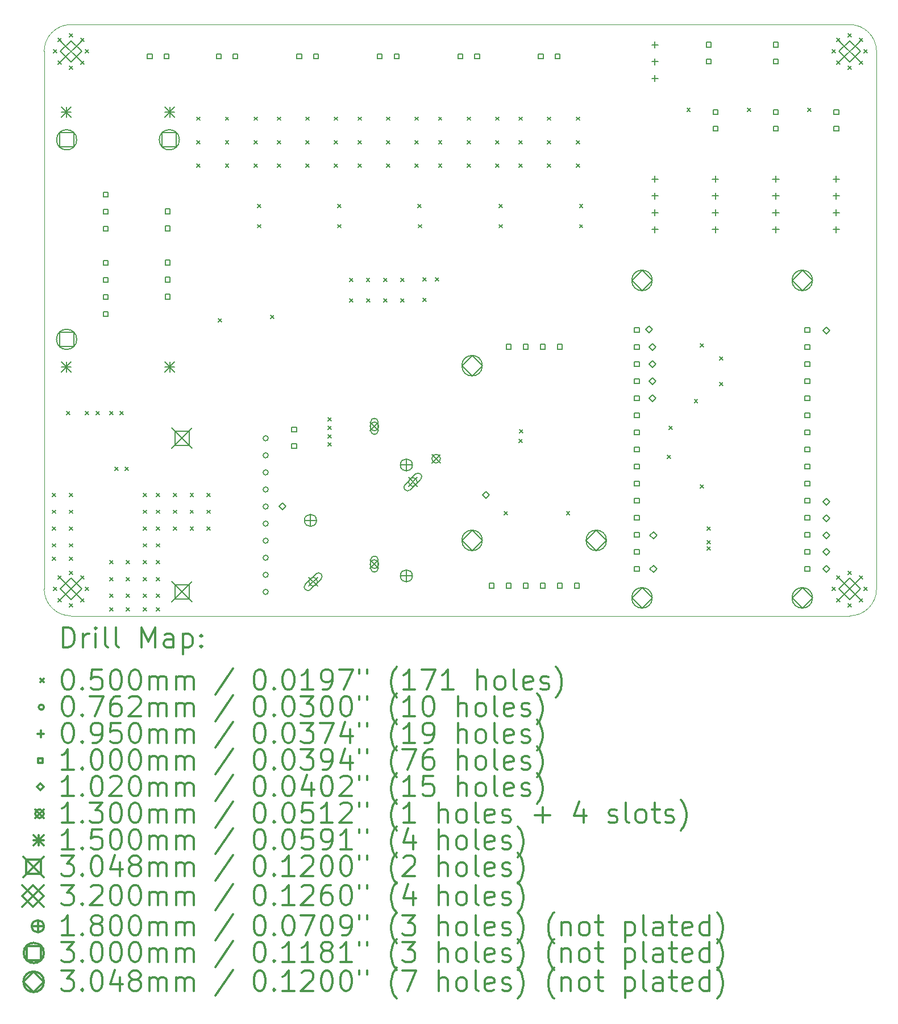
<source format=gbr>
%FSLAX45Y45*%
G04 Gerber Fmt 4.5, Leading zero omitted, Abs format (unit mm)*
G04 Created by KiCad (PCBNEW (5.1.10)-1) date 2021-10-14 14:44:53*
%MOMM*%
%LPD*%
G01*
G04 APERTURE LIST*
%TA.AperFunction,Profile*%
%ADD10C,0.076200*%
%TD*%
%ADD11C,0.200000*%
%ADD12C,0.300000*%
G04 APERTURE END LIST*
D10*
X17400000Y-5400000D02*
X17400000Y-13400000D01*
X5400000Y-13800000D02*
X17000000Y-13800000D01*
X5400000Y-13800000D02*
G75*
G02*
X5000000Y-13400000I0J400000D01*
G01*
X5000000Y-5400000D02*
G75*
G02*
X5400000Y-5000000I400000J0D01*
G01*
X17000000Y-5000000D02*
G75*
G02*
X17400000Y-5400000I0J-400000D01*
G01*
X17400000Y-13400000D02*
G75*
G02*
X17000000Y-13800000I-400000J0D01*
G01*
X5000000Y-5400000D02*
X5000000Y-13400000D01*
X17000000Y-5000000D02*
X5400000Y-5000000D01*
D11*
X5125000Y-11975000D02*
X5175000Y-12025000D01*
X5175000Y-11975000D02*
X5125000Y-12025000D01*
X5125000Y-12225000D02*
X5175000Y-12275000D01*
X5175000Y-12225000D02*
X5125000Y-12275000D01*
X5125000Y-12475000D02*
X5175000Y-12525000D01*
X5175000Y-12475000D02*
X5125000Y-12525000D01*
X5125000Y-12725000D02*
X5175000Y-12775000D01*
X5175000Y-12725000D02*
X5125000Y-12775000D01*
X5125000Y-12925000D02*
X5175000Y-12975000D01*
X5175000Y-12925000D02*
X5125000Y-12975000D01*
X5135000Y-5375000D02*
X5185000Y-5425000D01*
X5185000Y-5375000D02*
X5135000Y-5425000D01*
X5135000Y-13375000D02*
X5185000Y-13425000D01*
X5185000Y-13375000D02*
X5135000Y-13425000D01*
X5205294Y-5205294D02*
X5255294Y-5255294D01*
X5255294Y-5205294D02*
X5205294Y-5255294D01*
X5205294Y-5544706D02*
X5255294Y-5594706D01*
X5255294Y-5544706D02*
X5205294Y-5594706D01*
X5205294Y-13205294D02*
X5255294Y-13255294D01*
X5255294Y-13205294D02*
X5205294Y-13255294D01*
X5205294Y-13544706D02*
X5255294Y-13594706D01*
X5255294Y-13544706D02*
X5205294Y-13594706D01*
X5335000Y-10755000D02*
X5385000Y-10805000D01*
X5385000Y-10755000D02*
X5335000Y-10805000D01*
X5375000Y-5135000D02*
X5425000Y-5185000D01*
X5425000Y-5135000D02*
X5375000Y-5185000D01*
X5375000Y-5615000D02*
X5425000Y-5665000D01*
X5425000Y-5615000D02*
X5375000Y-5665000D01*
X5375000Y-11975000D02*
X5425000Y-12025000D01*
X5425000Y-11975000D02*
X5375000Y-12025000D01*
X5375000Y-12225000D02*
X5425000Y-12275000D01*
X5425000Y-12225000D02*
X5375000Y-12275000D01*
X5375000Y-12475000D02*
X5425000Y-12525000D01*
X5425000Y-12475000D02*
X5375000Y-12525000D01*
X5375000Y-12725000D02*
X5425000Y-12775000D01*
X5425000Y-12725000D02*
X5375000Y-12775000D01*
X5375000Y-12925000D02*
X5425000Y-12975000D01*
X5425000Y-12925000D02*
X5375000Y-12975000D01*
X5375000Y-13135000D02*
X5425000Y-13185000D01*
X5425000Y-13135000D02*
X5375000Y-13185000D01*
X5375000Y-13615000D02*
X5425000Y-13665000D01*
X5425000Y-13615000D02*
X5375000Y-13665000D01*
X5544706Y-5205294D02*
X5594706Y-5255294D01*
X5594706Y-5205294D02*
X5544706Y-5255294D01*
X5544706Y-5544706D02*
X5594706Y-5594706D01*
X5594706Y-5544706D02*
X5544706Y-5594706D01*
X5544706Y-13205294D02*
X5594706Y-13255294D01*
X5594706Y-13205294D02*
X5544706Y-13255294D01*
X5544706Y-13544706D02*
X5594706Y-13594706D01*
X5594706Y-13544706D02*
X5544706Y-13594706D01*
X5615000Y-5375000D02*
X5665000Y-5425000D01*
X5665000Y-5375000D02*
X5615000Y-5425000D01*
X5615000Y-10755000D02*
X5665000Y-10805000D01*
X5665000Y-10755000D02*
X5615000Y-10805000D01*
X5615000Y-13375000D02*
X5665000Y-13425000D01*
X5665000Y-13375000D02*
X5615000Y-13425000D01*
X5775000Y-10755000D02*
X5825000Y-10805000D01*
X5825000Y-10755000D02*
X5775000Y-10805000D01*
X5975000Y-10755000D02*
X6025000Y-10805000D01*
X6025000Y-10755000D02*
X5975000Y-10805000D01*
X5975000Y-12975000D02*
X6025000Y-13025000D01*
X6025000Y-12975000D02*
X5975000Y-13025000D01*
X5975000Y-13225000D02*
X6025000Y-13275000D01*
X6025000Y-13225000D02*
X5975000Y-13275000D01*
X5975000Y-13475000D02*
X6025000Y-13525000D01*
X6025000Y-13475000D02*
X5975000Y-13525000D01*
X5975000Y-13675000D02*
X6025000Y-13725000D01*
X6025000Y-13675000D02*
X5975000Y-13725000D01*
X6053000Y-11589000D02*
X6103000Y-11639000D01*
X6103000Y-11589000D02*
X6053000Y-11639000D01*
X6130000Y-10755000D02*
X6180000Y-10805000D01*
X6180000Y-10755000D02*
X6130000Y-10805000D01*
X6207000Y-11589000D02*
X6257000Y-11639000D01*
X6257000Y-11589000D02*
X6207000Y-11639000D01*
X6225000Y-12975000D02*
X6275000Y-13025000D01*
X6275000Y-12975000D02*
X6225000Y-13025000D01*
X6225000Y-13225000D02*
X6275000Y-13275000D01*
X6275000Y-13225000D02*
X6225000Y-13275000D01*
X6225000Y-13475000D02*
X6275000Y-13525000D01*
X6275000Y-13475000D02*
X6225000Y-13525000D01*
X6225000Y-13675000D02*
X6275000Y-13725000D01*
X6275000Y-13675000D02*
X6225000Y-13725000D01*
X6475000Y-11975000D02*
X6525000Y-12025000D01*
X6525000Y-11975000D02*
X6475000Y-12025000D01*
X6475000Y-12225000D02*
X6525000Y-12275000D01*
X6525000Y-12225000D02*
X6475000Y-12275000D01*
X6475000Y-12475000D02*
X6525000Y-12525000D01*
X6525000Y-12475000D02*
X6475000Y-12525000D01*
X6475000Y-12725000D02*
X6525000Y-12775000D01*
X6525000Y-12725000D02*
X6475000Y-12775000D01*
X6475000Y-12975000D02*
X6525000Y-13025000D01*
X6525000Y-12975000D02*
X6475000Y-13025000D01*
X6475000Y-13225000D02*
X6525000Y-13275000D01*
X6525000Y-13225000D02*
X6475000Y-13275000D01*
X6475000Y-13475000D02*
X6525000Y-13525000D01*
X6525000Y-13475000D02*
X6475000Y-13525000D01*
X6475000Y-13675000D02*
X6525000Y-13725000D01*
X6525000Y-13675000D02*
X6475000Y-13725000D01*
X6675000Y-11975000D02*
X6725000Y-12025000D01*
X6725000Y-11975000D02*
X6675000Y-12025000D01*
X6675000Y-12225000D02*
X6725000Y-12275000D01*
X6725000Y-12225000D02*
X6675000Y-12275000D01*
X6675000Y-12475000D02*
X6725000Y-12525000D01*
X6725000Y-12475000D02*
X6675000Y-12525000D01*
X6675000Y-12725000D02*
X6725000Y-12775000D01*
X6725000Y-12725000D02*
X6675000Y-12775000D01*
X6675000Y-12975000D02*
X6725000Y-13025000D01*
X6725000Y-12975000D02*
X6675000Y-13025000D01*
X6675000Y-13225000D02*
X6725000Y-13275000D01*
X6725000Y-13225000D02*
X6675000Y-13275000D01*
X6675000Y-13475000D02*
X6725000Y-13525000D01*
X6725000Y-13475000D02*
X6675000Y-13525000D01*
X6675000Y-13675000D02*
X6725000Y-13725000D01*
X6725000Y-13675000D02*
X6675000Y-13725000D01*
X6925000Y-11975000D02*
X6975000Y-12025000D01*
X6975000Y-11975000D02*
X6925000Y-12025000D01*
X6925000Y-12225000D02*
X6975000Y-12275000D01*
X6975000Y-12225000D02*
X6925000Y-12275000D01*
X6925000Y-12475000D02*
X6975000Y-12525000D01*
X6975000Y-12475000D02*
X6925000Y-12525000D01*
X7175000Y-11975000D02*
X7225000Y-12025000D01*
X7225000Y-11975000D02*
X7175000Y-12025000D01*
X7175000Y-12225000D02*
X7225000Y-12275000D01*
X7225000Y-12225000D02*
X7175000Y-12275000D01*
X7175000Y-12475000D02*
X7225000Y-12525000D01*
X7225000Y-12475000D02*
X7175000Y-12525000D01*
X7275000Y-6375000D02*
X7325000Y-6425000D01*
X7325000Y-6375000D02*
X7275000Y-6425000D01*
X7275000Y-6725000D02*
X7325000Y-6775000D01*
X7325000Y-6725000D02*
X7275000Y-6775000D01*
X7275000Y-7075000D02*
X7325000Y-7125000D01*
X7325000Y-7075000D02*
X7275000Y-7125000D01*
X7425000Y-11975000D02*
X7475000Y-12025000D01*
X7475000Y-11975000D02*
X7425000Y-12025000D01*
X7425000Y-12225000D02*
X7475000Y-12275000D01*
X7475000Y-12225000D02*
X7425000Y-12275000D01*
X7425000Y-12475000D02*
X7475000Y-12525000D01*
X7475000Y-12475000D02*
X7425000Y-12525000D01*
X7595000Y-9375000D02*
X7645000Y-9425000D01*
X7645000Y-9375000D02*
X7595000Y-9425000D01*
X7700000Y-6375000D02*
X7750000Y-6425000D01*
X7750000Y-6375000D02*
X7700000Y-6425000D01*
X7700000Y-6725000D02*
X7750000Y-6775000D01*
X7750000Y-6725000D02*
X7700000Y-6775000D01*
X7700000Y-7075000D02*
X7750000Y-7125000D01*
X7750000Y-7075000D02*
X7700000Y-7125000D01*
X8125000Y-6375000D02*
X8175000Y-6425000D01*
X8175000Y-6375000D02*
X8125000Y-6425000D01*
X8125000Y-6725000D02*
X8175000Y-6775000D01*
X8175000Y-6725000D02*
X8125000Y-6775000D01*
X8125000Y-7075000D02*
X8175000Y-7125000D01*
X8175000Y-7075000D02*
X8125000Y-7125000D01*
X8175000Y-7675000D02*
X8225000Y-7725000D01*
X8225000Y-7675000D02*
X8175000Y-7725000D01*
X8175000Y-7975000D02*
X8225000Y-8025000D01*
X8225000Y-7975000D02*
X8175000Y-8025000D01*
X8375000Y-9325000D02*
X8425000Y-9375000D01*
X8425000Y-9325000D02*
X8375000Y-9375000D01*
X8475000Y-6375000D02*
X8525000Y-6425000D01*
X8525000Y-6375000D02*
X8475000Y-6425000D01*
X8475000Y-6725000D02*
X8525000Y-6775000D01*
X8525000Y-6725000D02*
X8475000Y-6775000D01*
X8475000Y-7075000D02*
X8525000Y-7125000D01*
X8525000Y-7075000D02*
X8475000Y-7125000D01*
X8900000Y-6375000D02*
X8950000Y-6425000D01*
X8950000Y-6375000D02*
X8900000Y-6425000D01*
X8900000Y-6725000D02*
X8950000Y-6775000D01*
X8950000Y-6725000D02*
X8900000Y-6775000D01*
X8900000Y-7075000D02*
X8950000Y-7125000D01*
X8950000Y-7075000D02*
X8900000Y-7125000D01*
X9225000Y-10850000D02*
X9275000Y-10900000D01*
X9275000Y-10850000D02*
X9225000Y-10900000D01*
X9225000Y-10975000D02*
X9275000Y-11025000D01*
X9275000Y-10975000D02*
X9225000Y-11025000D01*
X9225000Y-11100000D02*
X9275000Y-11150000D01*
X9275000Y-11100000D02*
X9225000Y-11150000D01*
X9225000Y-11225000D02*
X9275000Y-11275000D01*
X9275000Y-11225000D02*
X9225000Y-11275000D01*
X9325000Y-6375000D02*
X9375000Y-6425000D01*
X9375000Y-6375000D02*
X9325000Y-6425000D01*
X9325000Y-6725000D02*
X9375000Y-6775000D01*
X9375000Y-6725000D02*
X9325000Y-6775000D01*
X9325000Y-7075000D02*
X9375000Y-7125000D01*
X9375000Y-7075000D02*
X9325000Y-7125000D01*
X9375000Y-7675000D02*
X9425000Y-7725000D01*
X9425000Y-7675000D02*
X9375000Y-7725000D01*
X9375000Y-7975000D02*
X9425000Y-8025000D01*
X9425000Y-7975000D02*
X9375000Y-8025000D01*
X9548500Y-8773500D02*
X9598500Y-8823500D01*
X9598500Y-8773500D02*
X9548500Y-8823500D01*
X9548500Y-9076500D02*
X9598500Y-9126500D01*
X9598500Y-9076500D02*
X9548500Y-9126500D01*
X9675000Y-6375000D02*
X9725000Y-6425000D01*
X9725000Y-6375000D02*
X9675000Y-6425000D01*
X9675000Y-6725000D02*
X9725000Y-6775000D01*
X9725000Y-6725000D02*
X9675000Y-6775000D01*
X9675000Y-7075000D02*
X9725000Y-7125000D01*
X9725000Y-7075000D02*
X9675000Y-7125000D01*
X9800000Y-8775000D02*
X9850000Y-8825000D01*
X9850000Y-8775000D02*
X9800000Y-8825000D01*
X9806500Y-9076500D02*
X9856500Y-9126500D01*
X9856500Y-9076500D02*
X9806500Y-9126500D01*
X10056500Y-9076500D02*
X10106500Y-9126500D01*
X10106500Y-9076500D02*
X10056500Y-9126500D01*
X10060000Y-8775000D02*
X10110000Y-8825000D01*
X10110000Y-8775000D02*
X10060000Y-8825000D01*
X10100000Y-6375000D02*
X10150000Y-6425000D01*
X10150000Y-6375000D02*
X10100000Y-6425000D01*
X10100000Y-6725000D02*
X10150000Y-6775000D01*
X10150000Y-6725000D02*
X10100000Y-6775000D01*
X10100000Y-7075000D02*
X10150000Y-7125000D01*
X10150000Y-7075000D02*
X10100000Y-7125000D01*
X10310000Y-8775000D02*
X10360000Y-8825000D01*
X10360000Y-8775000D02*
X10310000Y-8825000D01*
X10311500Y-9076500D02*
X10361500Y-9126500D01*
X10361500Y-9076500D02*
X10311500Y-9126500D01*
X10525000Y-6375000D02*
X10575000Y-6425000D01*
X10575000Y-6375000D02*
X10525000Y-6425000D01*
X10525000Y-6725000D02*
X10575000Y-6775000D01*
X10575000Y-6725000D02*
X10525000Y-6775000D01*
X10525000Y-7075000D02*
X10575000Y-7125000D01*
X10575000Y-7075000D02*
X10525000Y-7125000D01*
X10565000Y-7675000D02*
X10615000Y-7725000D01*
X10615000Y-7675000D02*
X10565000Y-7725000D01*
X10575000Y-7975000D02*
X10625000Y-8025000D01*
X10625000Y-7975000D02*
X10575000Y-8025000D01*
X10644500Y-8765000D02*
X10694500Y-8815000D01*
X10694500Y-8765000D02*
X10644500Y-8815000D01*
X10645000Y-9075000D02*
X10695000Y-9125000D01*
X10695000Y-9075000D02*
X10645000Y-9125000D01*
X10828000Y-8765000D02*
X10878000Y-8815000D01*
X10878000Y-8765000D02*
X10828000Y-8815000D01*
X10875000Y-6375000D02*
X10925000Y-6425000D01*
X10925000Y-6375000D02*
X10875000Y-6425000D01*
X10875000Y-6725000D02*
X10925000Y-6775000D01*
X10925000Y-6725000D02*
X10875000Y-6775000D01*
X10875000Y-7075000D02*
X10925000Y-7125000D01*
X10925000Y-7075000D02*
X10875000Y-7125000D01*
X11300000Y-6375000D02*
X11350000Y-6425000D01*
X11350000Y-6375000D02*
X11300000Y-6425000D01*
X11300000Y-6725000D02*
X11350000Y-6775000D01*
X11350000Y-6725000D02*
X11300000Y-6775000D01*
X11300000Y-7075000D02*
X11350000Y-7125000D01*
X11350000Y-7075000D02*
X11300000Y-7125000D01*
X11725000Y-6375000D02*
X11775000Y-6425000D01*
X11775000Y-6375000D02*
X11725000Y-6425000D01*
X11725000Y-6725000D02*
X11775000Y-6775000D01*
X11775000Y-6725000D02*
X11725000Y-6775000D01*
X11725000Y-7075000D02*
X11775000Y-7125000D01*
X11775000Y-7075000D02*
X11725000Y-7125000D01*
X11775000Y-7675000D02*
X11825000Y-7725000D01*
X11825000Y-7675000D02*
X11775000Y-7725000D01*
X11775000Y-7975000D02*
X11825000Y-8025000D01*
X11825000Y-7975000D02*
X11775000Y-8025000D01*
X11850000Y-12245000D02*
X11900000Y-12295000D01*
X11900000Y-12245000D02*
X11850000Y-12295000D01*
X12075000Y-6375000D02*
X12125000Y-6425000D01*
X12125000Y-6375000D02*
X12075000Y-6425000D01*
X12075000Y-6725000D02*
X12125000Y-6775000D01*
X12125000Y-6725000D02*
X12075000Y-6775000D01*
X12075000Y-7075000D02*
X12125000Y-7125000D01*
X12125000Y-7075000D02*
X12075000Y-7125000D01*
X12075000Y-11175000D02*
X12125000Y-11225000D01*
X12125000Y-11175000D02*
X12075000Y-11225000D01*
X12080000Y-11025000D02*
X12130000Y-11075000D01*
X12130000Y-11025000D02*
X12080000Y-11075000D01*
X12500000Y-6375000D02*
X12550000Y-6425000D01*
X12550000Y-6375000D02*
X12500000Y-6425000D01*
X12500000Y-6725000D02*
X12550000Y-6775000D01*
X12550000Y-6725000D02*
X12500000Y-6775000D01*
X12500000Y-7075000D02*
X12550000Y-7125000D01*
X12550000Y-7075000D02*
X12500000Y-7125000D01*
X12780000Y-12245000D02*
X12830000Y-12295000D01*
X12830000Y-12245000D02*
X12780000Y-12295000D01*
X12925000Y-6375000D02*
X12975000Y-6425000D01*
X12975000Y-6375000D02*
X12925000Y-6425000D01*
X12925000Y-6725000D02*
X12975000Y-6775000D01*
X12975000Y-6725000D02*
X12925000Y-6775000D01*
X12925000Y-7075000D02*
X12975000Y-7125000D01*
X12975000Y-7075000D02*
X12925000Y-7125000D01*
X12975000Y-7675000D02*
X13025000Y-7725000D01*
X13025000Y-7675000D02*
X12975000Y-7725000D01*
X12975000Y-7975000D02*
X13025000Y-8025000D01*
X13025000Y-7975000D02*
X12975000Y-8025000D01*
X14280000Y-11410000D02*
X14330000Y-11460000D01*
X14330000Y-11410000D02*
X14280000Y-11460000D01*
X14310000Y-10975000D02*
X14360000Y-11025000D01*
X14360000Y-10975000D02*
X14310000Y-11025000D01*
X14575000Y-6245000D02*
X14625000Y-6295000D01*
X14625000Y-6245000D02*
X14575000Y-6295000D01*
X14685000Y-10575000D02*
X14735000Y-10625000D01*
X14735000Y-10575000D02*
X14685000Y-10625000D01*
X14775000Y-9750000D02*
X14825000Y-9800000D01*
X14825000Y-9750000D02*
X14775000Y-9800000D01*
X14775000Y-11845000D02*
X14825000Y-11895000D01*
X14825000Y-11845000D02*
X14775000Y-11895000D01*
X14875000Y-12475000D02*
X14925000Y-12525000D01*
X14925000Y-12475000D02*
X14875000Y-12525000D01*
X14875000Y-12675000D02*
X14925000Y-12725000D01*
X14925000Y-12675000D02*
X14875000Y-12725000D01*
X14875000Y-12775000D02*
X14925000Y-12825000D01*
X14925000Y-12775000D02*
X14875000Y-12825000D01*
X15065000Y-9945000D02*
X15115000Y-9995000D01*
X15115000Y-9945000D02*
X15065000Y-9995000D01*
X15065000Y-10325000D02*
X15115000Y-10375000D01*
X15115000Y-10325000D02*
X15065000Y-10375000D01*
X15475000Y-6245000D02*
X15525000Y-6295000D01*
X15525000Y-6245000D02*
X15475000Y-6295000D01*
X16375000Y-6245000D02*
X16425000Y-6295000D01*
X16425000Y-6245000D02*
X16375000Y-6295000D01*
X16735000Y-5375000D02*
X16785000Y-5425000D01*
X16785000Y-5375000D02*
X16735000Y-5425000D01*
X16735000Y-13375000D02*
X16785000Y-13425000D01*
X16785000Y-13375000D02*
X16735000Y-13425000D01*
X16805294Y-5205294D02*
X16855294Y-5255294D01*
X16855294Y-5205294D02*
X16805294Y-5255294D01*
X16805294Y-5544706D02*
X16855294Y-5594706D01*
X16855294Y-5544706D02*
X16805294Y-5594706D01*
X16805294Y-13205294D02*
X16855294Y-13255294D01*
X16855294Y-13205294D02*
X16805294Y-13255294D01*
X16805294Y-13544706D02*
X16855294Y-13594706D01*
X16855294Y-13544706D02*
X16805294Y-13594706D01*
X16975000Y-5135000D02*
X17025000Y-5185000D01*
X17025000Y-5135000D02*
X16975000Y-5185000D01*
X16975000Y-5615000D02*
X17025000Y-5665000D01*
X17025000Y-5615000D02*
X16975000Y-5665000D01*
X16975000Y-13135000D02*
X17025000Y-13185000D01*
X17025000Y-13135000D02*
X16975000Y-13185000D01*
X16975000Y-13615000D02*
X17025000Y-13665000D01*
X17025000Y-13615000D02*
X16975000Y-13665000D01*
X17144706Y-5205294D02*
X17194706Y-5255294D01*
X17194706Y-5205294D02*
X17144706Y-5255294D01*
X17144706Y-5544706D02*
X17194706Y-5594706D01*
X17194706Y-5544706D02*
X17144706Y-5594706D01*
X17144706Y-13205294D02*
X17194706Y-13255294D01*
X17194706Y-13205294D02*
X17144706Y-13255294D01*
X17144706Y-13544706D02*
X17194706Y-13594706D01*
X17194706Y-13544706D02*
X17144706Y-13594706D01*
X17215000Y-5375000D02*
X17265000Y-5425000D01*
X17265000Y-5375000D02*
X17215000Y-5425000D01*
X17215000Y-13375000D02*
X17265000Y-13425000D01*
X17265000Y-13375000D02*
X17215000Y-13425000D01*
X8338100Y-11157000D02*
G75*
G03*
X8338100Y-11157000I-38100J0D01*
G01*
X8338100Y-11411000D02*
G75*
G03*
X8338100Y-11411000I-38100J0D01*
G01*
X8338100Y-11665000D02*
G75*
G03*
X8338100Y-11665000I-38100J0D01*
G01*
X8338100Y-11919000D02*
G75*
G03*
X8338100Y-11919000I-38100J0D01*
G01*
X8338100Y-12173000D02*
G75*
G03*
X8338100Y-12173000I-38100J0D01*
G01*
X8338100Y-12427000D02*
G75*
G03*
X8338100Y-12427000I-38100J0D01*
G01*
X8338100Y-12681000D02*
G75*
G03*
X8338100Y-12681000I-38100J0D01*
G01*
X8338100Y-12935000D02*
G75*
G03*
X8338100Y-12935000I-38100J0D01*
G01*
X8338100Y-13189000D02*
G75*
G03*
X8338100Y-13189000I-38100J0D01*
G01*
X8338100Y-13443000D02*
G75*
G03*
X8338100Y-13443000I-38100J0D01*
G01*
X14100000Y-5252500D02*
X14100000Y-5347500D01*
X14052500Y-5300000D02*
X14147500Y-5300000D01*
X14100000Y-5502500D02*
X14100000Y-5597500D01*
X14052500Y-5550000D02*
X14147500Y-5550000D01*
X14100000Y-5752500D02*
X14100000Y-5847500D01*
X14052500Y-5800000D02*
X14147500Y-5800000D01*
X14100000Y-7252500D02*
X14100000Y-7347500D01*
X14052500Y-7300000D02*
X14147500Y-7300000D01*
X14100000Y-7502500D02*
X14100000Y-7597500D01*
X14052500Y-7550000D02*
X14147500Y-7550000D01*
X14100000Y-7752500D02*
X14100000Y-7847500D01*
X14052500Y-7800000D02*
X14147500Y-7800000D01*
X14100000Y-8002500D02*
X14100000Y-8097500D01*
X14052500Y-8050000D02*
X14147500Y-8050000D01*
X15000000Y-7252500D02*
X15000000Y-7347500D01*
X14952500Y-7300000D02*
X15047500Y-7300000D01*
X15000000Y-7502500D02*
X15000000Y-7597500D01*
X14952500Y-7550000D02*
X15047500Y-7550000D01*
X15000000Y-7752500D02*
X15000000Y-7847500D01*
X14952500Y-7800000D02*
X15047500Y-7800000D01*
X15000000Y-8002500D02*
X15000000Y-8097500D01*
X14952500Y-8050000D02*
X15047500Y-8050000D01*
X15900000Y-7252500D02*
X15900000Y-7347500D01*
X15852500Y-7300000D02*
X15947500Y-7300000D01*
X15900000Y-7502500D02*
X15900000Y-7597500D01*
X15852500Y-7550000D02*
X15947500Y-7550000D01*
X15900000Y-7752500D02*
X15900000Y-7847500D01*
X15852500Y-7800000D02*
X15947500Y-7800000D01*
X15900000Y-8002500D02*
X15900000Y-8097500D01*
X15852500Y-8050000D02*
X15947500Y-8050000D01*
X16800000Y-7252500D02*
X16800000Y-7347500D01*
X16752500Y-7300000D02*
X16847500Y-7300000D01*
X16800000Y-7502500D02*
X16800000Y-7597500D01*
X16752500Y-7550000D02*
X16847500Y-7550000D01*
X16800000Y-7752500D02*
X16800000Y-7847500D01*
X16752500Y-7800000D02*
X16847500Y-7800000D01*
X16800000Y-8002500D02*
X16800000Y-8097500D01*
X16752500Y-8050000D02*
X16847500Y-8050000D01*
X5955356Y-7565356D02*
X5955356Y-7494644D01*
X5884644Y-7494644D01*
X5884644Y-7565356D01*
X5955356Y-7565356D01*
X5955356Y-7819356D02*
X5955356Y-7748644D01*
X5884644Y-7748644D01*
X5884644Y-7819356D01*
X5955356Y-7819356D01*
X5955356Y-8073356D02*
X5955356Y-8002644D01*
X5884644Y-8002644D01*
X5884644Y-8073356D01*
X5955356Y-8073356D01*
X5955356Y-8581356D02*
X5955356Y-8510644D01*
X5884644Y-8510644D01*
X5884644Y-8581356D01*
X5955356Y-8581356D01*
X5955356Y-8835356D02*
X5955356Y-8764644D01*
X5884644Y-8764644D01*
X5884644Y-8835356D01*
X5955356Y-8835356D01*
X5955356Y-9089356D02*
X5955356Y-9018644D01*
X5884644Y-9018644D01*
X5884644Y-9089356D01*
X5955356Y-9089356D01*
X5955356Y-9343356D02*
X5955356Y-9272644D01*
X5884644Y-9272644D01*
X5884644Y-9343356D01*
X5955356Y-9343356D01*
X6610356Y-5510356D02*
X6610356Y-5439644D01*
X6539644Y-5439644D01*
X6539644Y-5510356D01*
X6610356Y-5510356D01*
X6860356Y-5510356D02*
X6860356Y-5439644D01*
X6789644Y-5439644D01*
X6789644Y-5510356D01*
X6860356Y-5510356D01*
X6875356Y-7815356D02*
X6875356Y-7744644D01*
X6804644Y-7744644D01*
X6804644Y-7815356D01*
X6875356Y-7815356D01*
X6875356Y-8069356D02*
X6875356Y-7998644D01*
X6804644Y-7998644D01*
X6804644Y-8069356D01*
X6875356Y-8069356D01*
X6875356Y-8577356D02*
X6875356Y-8506644D01*
X6804644Y-8506644D01*
X6804644Y-8577356D01*
X6875356Y-8577356D01*
X6875356Y-8831356D02*
X6875356Y-8760644D01*
X6804644Y-8760644D01*
X6804644Y-8831356D01*
X6875356Y-8831356D01*
X6875356Y-9085356D02*
X6875356Y-9014644D01*
X6804644Y-9014644D01*
X6804644Y-9085356D01*
X6875356Y-9085356D01*
X7635356Y-5510356D02*
X7635356Y-5439644D01*
X7564644Y-5439644D01*
X7564644Y-5510356D01*
X7635356Y-5510356D01*
X7885356Y-5510356D02*
X7885356Y-5439644D01*
X7814644Y-5439644D01*
X7814644Y-5510356D01*
X7885356Y-5510356D01*
X8760356Y-11060356D02*
X8760356Y-10989644D01*
X8689644Y-10989644D01*
X8689644Y-11060356D01*
X8760356Y-11060356D01*
X8760356Y-11310356D02*
X8760356Y-11239644D01*
X8689644Y-11239644D01*
X8689644Y-11310356D01*
X8760356Y-11310356D01*
X8835356Y-5510356D02*
X8835356Y-5439644D01*
X8764644Y-5439644D01*
X8764644Y-5510356D01*
X8835356Y-5510356D01*
X9085356Y-5510356D02*
X9085356Y-5439644D01*
X9014644Y-5439644D01*
X9014644Y-5510356D01*
X9085356Y-5510356D01*
X10035356Y-5510356D02*
X10035356Y-5439644D01*
X9964644Y-5439644D01*
X9964644Y-5510356D01*
X10035356Y-5510356D01*
X10285356Y-5510356D02*
X10285356Y-5439644D01*
X10214644Y-5439644D01*
X10214644Y-5510356D01*
X10285356Y-5510356D01*
X11235356Y-5510356D02*
X11235356Y-5439644D01*
X11164644Y-5439644D01*
X11164644Y-5510356D01*
X11235356Y-5510356D01*
X11485356Y-5510356D02*
X11485356Y-5439644D01*
X11414644Y-5439644D01*
X11414644Y-5510356D01*
X11485356Y-5510356D01*
X11700356Y-13385356D02*
X11700356Y-13314644D01*
X11629644Y-13314644D01*
X11629644Y-13385356D01*
X11700356Y-13385356D01*
X11954356Y-9829356D02*
X11954356Y-9758644D01*
X11883644Y-9758644D01*
X11883644Y-9829356D01*
X11954356Y-9829356D01*
X11954356Y-13385356D02*
X11954356Y-13314644D01*
X11883644Y-13314644D01*
X11883644Y-13385356D01*
X11954356Y-13385356D01*
X12208356Y-9829356D02*
X12208356Y-9758644D01*
X12137644Y-9758644D01*
X12137644Y-9829356D01*
X12208356Y-9829356D01*
X12208356Y-13385356D02*
X12208356Y-13314644D01*
X12137644Y-13314644D01*
X12137644Y-13385356D01*
X12208356Y-13385356D01*
X12435356Y-5510356D02*
X12435356Y-5439644D01*
X12364644Y-5439644D01*
X12364644Y-5510356D01*
X12435356Y-5510356D01*
X12462356Y-9829356D02*
X12462356Y-9758644D01*
X12391644Y-9758644D01*
X12391644Y-9829356D01*
X12462356Y-9829356D01*
X12462356Y-13385356D02*
X12462356Y-13314644D01*
X12391644Y-13314644D01*
X12391644Y-13385356D01*
X12462356Y-13385356D01*
X12685356Y-5510356D02*
X12685356Y-5439644D01*
X12614644Y-5439644D01*
X12614644Y-5510356D01*
X12685356Y-5510356D01*
X12716356Y-9829356D02*
X12716356Y-9758644D01*
X12645644Y-9758644D01*
X12645644Y-9829356D01*
X12716356Y-9829356D01*
X12716356Y-13385356D02*
X12716356Y-13314644D01*
X12645644Y-13314644D01*
X12645644Y-13385356D01*
X12716356Y-13385356D01*
X12970356Y-13385356D02*
X12970356Y-13314644D01*
X12899644Y-13314644D01*
X12899644Y-13385356D01*
X12970356Y-13385356D01*
X13865356Y-9579356D02*
X13865356Y-9508644D01*
X13794644Y-9508644D01*
X13794644Y-9579356D01*
X13865356Y-9579356D01*
X13865356Y-9833356D02*
X13865356Y-9762644D01*
X13794644Y-9762644D01*
X13794644Y-9833356D01*
X13865356Y-9833356D01*
X13865356Y-10087356D02*
X13865356Y-10016644D01*
X13794644Y-10016644D01*
X13794644Y-10087356D01*
X13865356Y-10087356D01*
X13865356Y-10341356D02*
X13865356Y-10270644D01*
X13794644Y-10270644D01*
X13794644Y-10341356D01*
X13865356Y-10341356D01*
X13865356Y-10595356D02*
X13865356Y-10524644D01*
X13794644Y-10524644D01*
X13794644Y-10595356D01*
X13865356Y-10595356D01*
X13865356Y-10849356D02*
X13865356Y-10778644D01*
X13794644Y-10778644D01*
X13794644Y-10849356D01*
X13865356Y-10849356D01*
X13865356Y-11103356D02*
X13865356Y-11032644D01*
X13794644Y-11032644D01*
X13794644Y-11103356D01*
X13865356Y-11103356D01*
X13865356Y-11357356D02*
X13865356Y-11286644D01*
X13794644Y-11286644D01*
X13794644Y-11357356D01*
X13865356Y-11357356D01*
X13865356Y-11611356D02*
X13865356Y-11540644D01*
X13794644Y-11540644D01*
X13794644Y-11611356D01*
X13865356Y-11611356D01*
X13865356Y-11865356D02*
X13865356Y-11794644D01*
X13794644Y-11794644D01*
X13794644Y-11865356D01*
X13865356Y-11865356D01*
X13865356Y-12119356D02*
X13865356Y-12048644D01*
X13794644Y-12048644D01*
X13794644Y-12119356D01*
X13865356Y-12119356D01*
X13865356Y-12373356D02*
X13865356Y-12302644D01*
X13794644Y-12302644D01*
X13794644Y-12373356D01*
X13865356Y-12373356D01*
X13865356Y-12627356D02*
X13865356Y-12556644D01*
X13794644Y-12556644D01*
X13794644Y-12627356D01*
X13865356Y-12627356D01*
X13865356Y-12881356D02*
X13865356Y-12810644D01*
X13794644Y-12810644D01*
X13794644Y-12881356D01*
X13865356Y-12881356D01*
X13865356Y-13135356D02*
X13865356Y-13064644D01*
X13794644Y-13064644D01*
X13794644Y-13135356D01*
X13865356Y-13135356D01*
X14935356Y-5335356D02*
X14935356Y-5264644D01*
X14864644Y-5264644D01*
X14864644Y-5335356D01*
X14935356Y-5335356D01*
X14935356Y-5585356D02*
X14935356Y-5514644D01*
X14864644Y-5514644D01*
X14864644Y-5585356D01*
X14935356Y-5585356D01*
X15035356Y-6335356D02*
X15035356Y-6264644D01*
X14964644Y-6264644D01*
X14964644Y-6335356D01*
X15035356Y-6335356D01*
X15035356Y-6585356D02*
X15035356Y-6514644D01*
X14964644Y-6514644D01*
X14964644Y-6585356D01*
X15035356Y-6585356D01*
X15935356Y-5335356D02*
X15935356Y-5264644D01*
X15864644Y-5264644D01*
X15864644Y-5335356D01*
X15935356Y-5335356D01*
X15935356Y-5585356D02*
X15935356Y-5514644D01*
X15864644Y-5514644D01*
X15864644Y-5585356D01*
X15935356Y-5585356D01*
X15935356Y-6335356D02*
X15935356Y-6264644D01*
X15864644Y-6264644D01*
X15864644Y-6335356D01*
X15935356Y-6335356D01*
X15935356Y-6585356D02*
X15935356Y-6514644D01*
X15864644Y-6514644D01*
X15864644Y-6585356D01*
X15935356Y-6585356D01*
X16405356Y-9579356D02*
X16405356Y-9508644D01*
X16334644Y-9508644D01*
X16334644Y-9579356D01*
X16405356Y-9579356D01*
X16405356Y-9833356D02*
X16405356Y-9762644D01*
X16334644Y-9762644D01*
X16334644Y-9833356D01*
X16405356Y-9833356D01*
X16405356Y-10087356D02*
X16405356Y-10016644D01*
X16334644Y-10016644D01*
X16334644Y-10087356D01*
X16405356Y-10087356D01*
X16405356Y-10341356D02*
X16405356Y-10270644D01*
X16334644Y-10270644D01*
X16334644Y-10341356D01*
X16405356Y-10341356D01*
X16405356Y-10595356D02*
X16405356Y-10524644D01*
X16334644Y-10524644D01*
X16334644Y-10595356D01*
X16405356Y-10595356D01*
X16405356Y-10849356D02*
X16405356Y-10778644D01*
X16334644Y-10778644D01*
X16334644Y-10849356D01*
X16405356Y-10849356D01*
X16405356Y-11103356D02*
X16405356Y-11032644D01*
X16334644Y-11032644D01*
X16334644Y-11103356D01*
X16405356Y-11103356D01*
X16405356Y-11357356D02*
X16405356Y-11286644D01*
X16334644Y-11286644D01*
X16334644Y-11357356D01*
X16405356Y-11357356D01*
X16405356Y-11611356D02*
X16405356Y-11540644D01*
X16334644Y-11540644D01*
X16334644Y-11611356D01*
X16405356Y-11611356D01*
X16405356Y-11865356D02*
X16405356Y-11794644D01*
X16334644Y-11794644D01*
X16334644Y-11865356D01*
X16405356Y-11865356D01*
X16405356Y-12119356D02*
X16405356Y-12048644D01*
X16334644Y-12048644D01*
X16334644Y-12119356D01*
X16405356Y-12119356D01*
X16405356Y-12373356D02*
X16405356Y-12302644D01*
X16334644Y-12302644D01*
X16334644Y-12373356D01*
X16405356Y-12373356D01*
X16405356Y-12627356D02*
X16405356Y-12556644D01*
X16334644Y-12556644D01*
X16334644Y-12627356D01*
X16405356Y-12627356D01*
X16405356Y-12881356D02*
X16405356Y-12810644D01*
X16334644Y-12810644D01*
X16334644Y-12881356D01*
X16405356Y-12881356D01*
X16405356Y-13135356D02*
X16405356Y-13064644D01*
X16334644Y-13064644D01*
X16334644Y-13135356D01*
X16405356Y-13135356D01*
X16835356Y-6335356D02*
X16835356Y-6264644D01*
X16764644Y-6264644D01*
X16764644Y-6335356D01*
X16835356Y-6335356D01*
X16835356Y-6585356D02*
X16835356Y-6514644D01*
X16764644Y-6514644D01*
X16764644Y-6585356D01*
X16835356Y-6585356D01*
X8550000Y-12224000D02*
X8601000Y-12173000D01*
X8550000Y-12122000D01*
X8499000Y-12173000D01*
X8550000Y-12224000D01*
X11580000Y-12051000D02*
X11631000Y-12000000D01*
X11580000Y-11949000D01*
X11529000Y-12000000D01*
X11580000Y-12051000D01*
X14010000Y-9591000D02*
X14061000Y-9540000D01*
X14010000Y-9489000D01*
X13959000Y-9540000D01*
X14010000Y-9591000D01*
X14060000Y-9851000D02*
X14111000Y-9800000D01*
X14060000Y-9749000D01*
X14009000Y-9800000D01*
X14060000Y-9851000D01*
X14060000Y-10101000D02*
X14111000Y-10050000D01*
X14060000Y-9999000D01*
X14009000Y-10050000D01*
X14060000Y-10101000D01*
X14060000Y-10361000D02*
X14111000Y-10310000D01*
X14060000Y-10259000D01*
X14009000Y-10310000D01*
X14060000Y-10361000D01*
X14060000Y-10611000D02*
X14111000Y-10560000D01*
X14060000Y-10509000D01*
X14009000Y-10560000D01*
X14060000Y-10611000D01*
X14075000Y-12651000D02*
X14126000Y-12600000D01*
X14075000Y-12549000D01*
X14024000Y-12600000D01*
X14075000Y-12651000D01*
X14075000Y-13151000D02*
X14126000Y-13100000D01*
X14075000Y-13049000D01*
X14024000Y-13100000D01*
X14075000Y-13151000D01*
X16650000Y-9601000D02*
X16701000Y-9550000D01*
X16650000Y-9499000D01*
X16599000Y-9550000D01*
X16650000Y-9601000D01*
X16650000Y-12151000D02*
X16701000Y-12100000D01*
X16650000Y-12049000D01*
X16599000Y-12100000D01*
X16650000Y-12151000D01*
X16650000Y-12401000D02*
X16701000Y-12350000D01*
X16650000Y-12299000D01*
X16599000Y-12350000D01*
X16650000Y-12401000D01*
X16650000Y-12651000D02*
X16701000Y-12600000D01*
X16650000Y-12549000D01*
X16599000Y-12600000D01*
X16650000Y-12651000D01*
X16650000Y-12901000D02*
X16701000Y-12850000D01*
X16650000Y-12799000D01*
X16599000Y-12850000D01*
X16650000Y-12901000D01*
X16650000Y-13151000D02*
X16701000Y-13100000D01*
X16650000Y-13049000D01*
X16599000Y-13100000D01*
X16650000Y-13151000D01*
X8942832Y-13227168D02*
X9072832Y-13357168D01*
X9072832Y-13227168D02*
X8942832Y-13357168D01*
X9072832Y-13292168D02*
G75*
G03*
X9072832Y-13292168I-65000J0D01*
G01*
X9046723Y-13175495D02*
X8891160Y-13331059D01*
X9124505Y-13253277D02*
X8968941Y-13408840D01*
X8891160Y-13331058D02*
G75*
G03*
X8968942Y-13408840I38891J-38891D01*
G01*
X9124505Y-13253277D02*
G75*
G03*
X9046723Y-13175495I-38891J38891D01*
G01*
X9855000Y-10915000D02*
X9985000Y-11045000D01*
X9985000Y-10915000D02*
X9855000Y-11045000D01*
X9985000Y-10980000D02*
G75*
G03*
X9985000Y-10980000I-65000J0D01*
G01*
X9975000Y-11045000D02*
X9975000Y-10915000D01*
X9865000Y-11045000D02*
X9865000Y-10915000D01*
X9975000Y-10915000D02*
G75*
G03*
X9865000Y-10915000I-55000J0D01*
G01*
X9865000Y-11045000D02*
G75*
G03*
X9975000Y-11045000I55000J0D01*
G01*
X9855000Y-12965000D02*
X9985000Y-13095000D01*
X9985000Y-12965000D02*
X9855000Y-13095000D01*
X9985000Y-13030000D02*
G75*
G03*
X9985000Y-13030000I-65000J0D01*
G01*
X9975000Y-13095000D02*
X9975000Y-12965000D01*
X9865000Y-13095000D02*
X9865000Y-12965000D01*
X9975000Y-12965000D02*
G75*
G03*
X9865000Y-12965000I-55000J0D01*
G01*
X9865000Y-13095000D02*
G75*
G03*
X9975000Y-13095000I55000J0D01*
G01*
X10427757Y-11742243D02*
X10557757Y-11872243D01*
X10557757Y-11742243D02*
X10427757Y-11872243D01*
X10557757Y-11807243D02*
G75*
G03*
X10557757Y-11807243I-65000J0D01*
G01*
X10531647Y-11690571D02*
X10376084Y-11846134D01*
X10609429Y-11768353D02*
X10453866Y-11923916D01*
X10376084Y-11846134D02*
G75*
G03*
X10453866Y-11923916I38891J-38891D01*
G01*
X10609429Y-11768353D02*
G75*
G03*
X10531647Y-11690571I-38891J38891D01*
G01*
X10774239Y-11395761D02*
X10904239Y-11525761D01*
X10904239Y-11395761D02*
X10774239Y-11525761D01*
X10904239Y-11460761D02*
G75*
G03*
X10904239Y-11460761I-65000J0D01*
G01*
X5255000Y-6230000D02*
X5405000Y-6380000D01*
X5405000Y-6230000D02*
X5255000Y-6380000D01*
X5330000Y-6230000D02*
X5330000Y-6380000D01*
X5255000Y-6305000D02*
X5405000Y-6305000D01*
X5255000Y-10020000D02*
X5405000Y-10170000D01*
X5405000Y-10020000D02*
X5255000Y-10170000D01*
X5330000Y-10020000D02*
X5330000Y-10170000D01*
X5255000Y-10095000D02*
X5405000Y-10095000D01*
X6795000Y-6230000D02*
X6945000Y-6380000D01*
X6945000Y-6230000D02*
X6795000Y-6380000D01*
X6870000Y-6230000D02*
X6870000Y-6380000D01*
X6795000Y-6305000D02*
X6945000Y-6305000D01*
X6795000Y-10020000D02*
X6945000Y-10170000D01*
X6945000Y-10020000D02*
X6795000Y-10170000D01*
X6870000Y-10020000D02*
X6870000Y-10170000D01*
X6795000Y-10095000D02*
X6945000Y-10095000D01*
X6903000Y-11004600D02*
X7207800Y-11309400D01*
X7207800Y-11004600D02*
X6903000Y-11309400D01*
X7163164Y-11264764D02*
X7163164Y-11049236D01*
X6947636Y-11049236D01*
X6947636Y-11264764D01*
X7163164Y-11264764D01*
X6903000Y-13290600D02*
X7207800Y-13595400D01*
X7207800Y-13290600D02*
X6903000Y-13595400D01*
X7163164Y-13550764D02*
X7163164Y-13335236D01*
X6947636Y-13335236D01*
X6947636Y-13550764D01*
X7163164Y-13550764D01*
X5240000Y-5240000D02*
X5560000Y-5560000D01*
X5560000Y-5240000D02*
X5240000Y-5560000D01*
X5400000Y-5560000D02*
X5560000Y-5400000D01*
X5400000Y-5240000D01*
X5240000Y-5400000D01*
X5400000Y-5560000D01*
X5240000Y-13240000D02*
X5560000Y-13560000D01*
X5560000Y-13240000D02*
X5240000Y-13560000D01*
X5400000Y-13560000D02*
X5560000Y-13400000D01*
X5400000Y-13240000D01*
X5240000Y-13400000D01*
X5400000Y-13560000D01*
X16840000Y-5240000D02*
X17160000Y-5560000D01*
X17160000Y-5240000D02*
X16840000Y-5560000D01*
X17000000Y-5560000D02*
X17160000Y-5400000D01*
X17000000Y-5240000D01*
X16840000Y-5400000D01*
X17000000Y-5560000D01*
X16840000Y-13240000D02*
X17160000Y-13560000D01*
X17160000Y-13240000D02*
X16840000Y-13560000D01*
X17000000Y-13560000D02*
X17160000Y-13400000D01*
X17000000Y-13240000D01*
X16840000Y-13400000D01*
X17000000Y-13560000D01*
X8967500Y-12290000D02*
X8967500Y-12470000D01*
X8877500Y-12380000D02*
X9057500Y-12380000D01*
X9057500Y-12380000D02*
G75*
G03*
X9057500Y-12380000I-90000J0D01*
G01*
X10396200Y-11465100D02*
X10396200Y-11645100D01*
X10306200Y-11555100D02*
X10486200Y-11555100D01*
X10486200Y-11555100D02*
G75*
G03*
X10486200Y-11555100I-90000J0D01*
G01*
X10396200Y-13114900D02*
X10396200Y-13294900D01*
X10306200Y-13204900D02*
X10486200Y-13204900D01*
X10486200Y-13204900D02*
G75*
G03*
X10486200Y-13204900I-90000J0D01*
G01*
X5441067Y-6821067D02*
X5441067Y-6608933D01*
X5228933Y-6608933D01*
X5228933Y-6821067D01*
X5441067Y-6821067D01*
X5485000Y-6715000D02*
G75*
G03*
X5485000Y-6715000I-150000J0D01*
G01*
X5441067Y-9791067D02*
X5441067Y-9578933D01*
X5228933Y-9578933D01*
X5228933Y-9791067D01*
X5441067Y-9791067D01*
X5485000Y-9685000D02*
G75*
G03*
X5485000Y-9685000I-150000J0D01*
G01*
X6971067Y-6821067D02*
X6971067Y-6608933D01*
X6758933Y-6608933D01*
X6758933Y-6821067D01*
X6971067Y-6821067D01*
X7015000Y-6715000D02*
G75*
G03*
X7015000Y-6715000I-150000J0D01*
G01*
X11375000Y-10229400D02*
X11527400Y-10077000D01*
X11375000Y-9924600D01*
X11222600Y-10077000D01*
X11375000Y-10229400D01*
X11527400Y-10077000D02*
G75*
G03*
X11527400Y-10077000I-152400J0D01*
G01*
X11375000Y-12829400D02*
X11527400Y-12677000D01*
X11375000Y-12524600D01*
X11222600Y-12677000D01*
X11375000Y-12829400D01*
X11527400Y-12677000D02*
G75*
G03*
X11527400Y-12677000I-152400J0D01*
G01*
X13225000Y-12829400D02*
X13377400Y-12677000D01*
X13225000Y-12524600D01*
X13072600Y-12677000D01*
X13225000Y-12829400D01*
X13377400Y-12677000D02*
G75*
G03*
X13377400Y-12677000I-152400J0D01*
G01*
X13906200Y-8959800D02*
X14058600Y-8807400D01*
X13906200Y-8655000D01*
X13753800Y-8807400D01*
X13906200Y-8959800D01*
X14058600Y-8807400D02*
G75*
G03*
X14058600Y-8807400I-152400J0D01*
G01*
X13906200Y-13684200D02*
X14058600Y-13531800D01*
X13906200Y-13379400D01*
X13753800Y-13531800D01*
X13906200Y-13684200D01*
X14058600Y-13531800D02*
G75*
G03*
X14058600Y-13531800I-152400J0D01*
G01*
X16293800Y-8959800D02*
X16446200Y-8807400D01*
X16293800Y-8655000D01*
X16141400Y-8807400D01*
X16293800Y-8959800D01*
X16446200Y-8807400D02*
G75*
G03*
X16446200Y-8807400I-152400J0D01*
G01*
X16293800Y-13684200D02*
X16446200Y-13531800D01*
X16293800Y-13379400D01*
X16141400Y-13531800D01*
X16293800Y-13684200D01*
X16446200Y-13531800D02*
G75*
G03*
X16446200Y-13531800I-152400J0D01*
G01*
D12*
X5282618Y-14269524D02*
X5282618Y-13969524D01*
X5354047Y-13969524D01*
X5396904Y-13983810D01*
X5425476Y-14012381D01*
X5439761Y-14040953D01*
X5454047Y-14098096D01*
X5454047Y-14140953D01*
X5439761Y-14198096D01*
X5425476Y-14226667D01*
X5396904Y-14255239D01*
X5354047Y-14269524D01*
X5282618Y-14269524D01*
X5582618Y-14269524D02*
X5582618Y-14069524D01*
X5582618Y-14126667D02*
X5596904Y-14098096D01*
X5611190Y-14083810D01*
X5639761Y-14069524D01*
X5668333Y-14069524D01*
X5768333Y-14269524D02*
X5768333Y-14069524D01*
X5768333Y-13969524D02*
X5754047Y-13983810D01*
X5768333Y-13998096D01*
X5782618Y-13983810D01*
X5768333Y-13969524D01*
X5768333Y-13998096D01*
X5954047Y-14269524D02*
X5925476Y-14255239D01*
X5911190Y-14226667D01*
X5911190Y-13969524D01*
X6111190Y-14269524D02*
X6082618Y-14255239D01*
X6068333Y-14226667D01*
X6068333Y-13969524D01*
X6454047Y-14269524D02*
X6454047Y-13969524D01*
X6554047Y-14183810D01*
X6654047Y-13969524D01*
X6654047Y-14269524D01*
X6925476Y-14269524D02*
X6925476Y-14112381D01*
X6911190Y-14083810D01*
X6882618Y-14069524D01*
X6825476Y-14069524D01*
X6796904Y-14083810D01*
X6925476Y-14255239D02*
X6896904Y-14269524D01*
X6825476Y-14269524D01*
X6796904Y-14255239D01*
X6782618Y-14226667D01*
X6782618Y-14198096D01*
X6796904Y-14169524D01*
X6825476Y-14155239D01*
X6896904Y-14155239D01*
X6925476Y-14140953D01*
X7068333Y-14069524D02*
X7068333Y-14369524D01*
X7068333Y-14083810D02*
X7096904Y-14069524D01*
X7154047Y-14069524D01*
X7182618Y-14083810D01*
X7196904Y-14098096D01*
X7211190Y-14126667D01*
X7211190Y-14212381D01*
X7196904Y-14240953D01*
X7182618Y-14255239D01*
X7154047Y-14269524D01*
X7096904Y-14269524D01*
X7068333Y-14255239D01*
X7339761Y-14240953D02*
X7354047Y-14255239D01*
X7339761Y-14269524D01*
X7325476Y-14255239D01*
X7339761Y-14240953D01*
X7339761Y-14269524D01*
X7339761Y-14083810D02*
X7354047Y-14098096D01*
X7339761Y-14112381D01*
X7325476Y-14098096D01*
X7339761Y-14083810D01*
X7339761Y-14112381D01*
X4946190Y-14738810D02*
X4996190Y-14788810D01*
X4996190Y-14738810D02*
X4946190Y-14788810D01*
X5339761Y-14599524D02*
X5368333Y-14599524D01*
X5396904Y-14613810D01*
X5411190Y-14628096D01*
X5425476Y-14656667D01*
X5439761Y-14713810D01*
X5439761Y-14785239D01*
X5425476Y-14842381D01*
X5411190Y-14870953D01*
X5396904Y-14885239D01*
X5368333Y-14899524D01*
X5339761Y-14899524D01*
X5311190Y-14885239D01*
X5296904Y-14870953D01*
X5282618Y-14842381D01*
X5268333Y-14785239D01*
X5268333Y-14713810D01*
X5282618Y-14656667D01*
X5296904Y-14628096D01*
X5311190Y-14613810D01*
X5339761Y-14599524D01*
X5568333Y-14870953D02*
X5582618Y-14885239D01*
X5568333Y-14899524D01*
X5554047Y-14885239D01*
X5568333Y-14870953D01*
X5568333Y-14899524D01*
X5854047Y-14599524D02*
X5711190Y-14599524D01*
X5696904Y-14742381D01*
X5711190Y-14728096D01*
X5739761Y-14713810D01*
X5811190Y-14713810D01*
X5839761Y-14728096D01*
X5854047Y-14742381D01*
X5868333Y-14770953D01*
X5868333Y-14842381D01*
X5854047Y-14870953D01*
X5839761Y-14885239D01*
X5811190Y-14899524D01*
X5739761Y-14899524D01*
X5711190Y-14885239D01*
X5696904Y-14870953D01*
X6054047Y-14599524D02*
X6082618Y-14599524D01*
X6111190Y-14613810D01*
X6125476Y-14628096D01*
X6139761Y-14656667D01*
X6154047Y-14713810D01*
X6154047Y-14785239D01*
X6139761Y-14842381D01*
X6125476Y-14870953D01*
X6111190Y-14885239D01*
X6082618Y-14899524D01*
X6054047Y-14899524D01*
X6025476Y-14885239D01*
X6011190Y-14870953D01*
X5996904Y-14842381D01*
X5982618Y-14785239D01*
X5982618Y-14713810D01*
X5996904Y-14656667D01*
X6011190Y-14628096D01*
X6025476Y-14613810D01*
X6054047Y-14599524D01*
X6339761Y-14599524D02*
X6368333Y-14599524D01*
X6396904Y-14613810D01*
X6411190Y-14628096D01*
X6425476Y-14656667D01*
X6439761Y-14713810D01*
X6439761Y-14785239D01*
X6425476Y-14842381D01*
X6411190Y-14870953D01*
X6396904Y-14885239D01*
X6368333Y-14899524D01*
X6339761Y-14899524D01*
X6311190Y-14885239D01*
X6296904Y-14870953D01*
X6282618Y-14842381D01*
X6268333Y-14785239D01*
X6268333Y-14713810D01*
X6282618Y-14656667D01*
X6296904Y-14628096D01*
X6311190Y-14613810D01*
X6339761Y-14599524D01*
X6568333Y-14899524D02*
X6568333Y-14699524D01*
X6568333Y-14728096D02*
X6582618Y-14713810D01*
X6611190Y-14699524D01*
X6654047Y-14699524D01*
X6682618Y-14713810D01*
X6696904Y-14742381D01*
X6696904Y-14899524D01*
X6696904Y-14742381D02*
X6711190Y-14713810D01*
X6739761Y-14699524D01*
X6782618Y-14699524D01*
X6811190Y-14713810D01*
X6825476Y-14742381D01*
X6825476Y-14899524D01*
X6968333Y-14899524D02*
X6968333Y-14699524D01*
X6968333Y-14728096D02*
X6982618Y-14713810D01*
X7011190Y-14699524D01*
X7054047Y-14699524D01*
X7082618Y-14713810D01*
X7096904Y-14742381D01*
X7096904Y-14899524D01*
X7096904Y-14742381D02*
X7111190Y-14713810D01*
X7139761Y-14699524D01*
X7182618Y-14699524D01*
X7211190Y-14713810D01*
X7225476Y-14742381D01*
X7225476Y-14899524D01*
X7811190Y-14585239D02*
X7554047Y-14970953D01*
X8196904Y-14599524D02*
X8225476Y-14599524D01*
X8254047Y-14613810D01*
X8268333Y-14628096D01*
X8282618Y-14656667D01*
X8296904Y-14713810D01*
X8296904Y-14785239D01*
X8282618Y-14842381D01*
X8268333Y-14870953D01*
X8254047Y-14885239D01*
X8225476Y-14899524D01*
X8196904Y-14899524D01*
X8168333Y-14885239D01*
X8154047Y-14870953D01*
X8139761Y-14842381D01*
X8125476Y-14785239D01*
X8125476Y-14713810D01*
X8139761Y-14656667D01*
X8154047Y-14628096D01*
X8168333Y-14613810D01*
X8196904Y-14599524D01*
X8425476Y-14870953D02*
X8439761Y-14885239D01*
X8425476Y-14899524D01*
X8411190Y-14885239D01*
X8425476Y-14870953D01*
X8425476Y-14899524D01*
X8625476Y-14599524D02*
X8654047Y-14599524D01*
X8682618Y-14613810D01*
X8696904Y-14628096D01*
X8711190Y-14656667D01*
X8725476Y-14713810D01*
X8725476Y-14785239D01*
X8711190Y-14842381D01*
X8696904Y-14870953D01*
X8682618Y-14885239D01*
X8654047Y-14899524D01*
X8625476Y-14899524D01*
X8596904Y-14885239D01*
X8582618Y-14870953D01*
X8568333Y-14842381D01*
X8554047Y-14785239D01*
X8554047Y-14713810D01*
X8568333Y-14656667D01*
X8582618Y-14628096D01*
X8596904Y-14613810D01*
X8625476Y-14599524D01*
X9011190Y-14899524D02*
X8839761Y-14899524D01*
X8925476Y-14899524D02*
X8925476Y-14599524D01*
X8896904Y-14642381D01*
X8868333Y-14670953D01*
X8839761Y-14685239D01*
X9154047Y-14899524D02*
X9211190Y-14899524D01*
X9239761Y-14885239D01*
X9254047Y-14870953D01*
X9282618Y-14828096D01*
X9296904Y-14770953D01*
X9296904Y-14656667D01*
X9282618Y-14628096D01*
X9268333Y-14613810D01*
X9239761Y-14599524D01*
X9182618Y-14599524D01*
X9154047Y-14613810D01*
X9139761Y-14628096D01*
X9125476Y-14656667D01*
X9125476Y-14728096D01*
X9139761Y-14756667D01*
X9154047Y-14770953D01*
X9182618Y-14785239D01*
X9239761Y-14785239D01*
X9268333Y-14770953D01*
X9282618Y-14756667D01*
X9296904Y-14728096D01*
X9396904Y-14599524D02*
X9596904Y-14599524D01*
X9468333Y-14899524D01*
X9696904Y-14599524D02*
X9696904Y-14656667D01*
X9811190Y-14599524D02*
X9811190Y-14656667D01*
X10254047Y-15013810D02*
X10239761Y-14999524D01*
X10211190Y-14956667D01*
X10196904Y-14928096D01*
X10182618Y-14885239D01*
X10168333Y-14813810D01*
X10168333Y-14756667D01*
X10182618Y-14685239D01*
X10196904Y-14642381D01*
X10211190Y-14613810D01*
X10239761Y-14570953D01*
X10254047Y-14556667D01*
X10525476Y-14899524D02*
X10354047Y-14899524D01*
X10439761Y-14899524D02*
X10439761Y-14599524D01*
X10411190Y-14642381D01*
X10382618Y-14670953D01*
X10354047Y-14685239D01*
X10625476Y-14599524D02*
X10825476Y-14599524D01*
X10696904Y-14899524D01*
X11096904Y-14899524D02*
X10925476Y-14899524D01*
X11011190Y-14899524D02*
X11011190Y-14599524D01*
X10982618Y-14642381D01*
X10954047Y-14670953D01*
X10925476Y-14685239D01*
X11454047Y-14899524D02*
X11454047Y-14599524D01*
X11582618Y-14899524D02*
X11582618Y-14742381D01*
X11568333Y-14713810D01*
X11539761Y-14699524D01*
X11496904Y-14699524D01*
X11468333Y-14713810D01*
X11454047Y-14728096D01*
X11768333Y-14899524D02*
X11739761Y-14885239D01*
X11725476Y-14870953D01*
X11711190Y-14842381D01*
X11711190Y-14756667D01*
X11725476Y-14728096D01*
X11739761Y-14713810D01*
X11768333Y-14699524D01*
X11811190Y-14699524D01*
X11839761Y-14713810D01*
X11854047Y-14728096D01*
X11868333Y-14756667D01*
X11868333Y-14842381D01*
X11854047Y-14870953D01*
X11839761Y-14885239D01*
X11811190Y-14899524D01*
X11768333Y-14899524D01*
X12039761Y-14899524D02*
X12011190Y-14885239D01*
X11996904Y-14856667D01*
X11996904Y-14599524D01*
X12268333Y-14885239D02*
X12239761Y-14899524D01*
X12182618Y-14899524D01*
X12154047Y-14885239D01*
X12139761Y-14856667D01*
X12139761Y-14742381D01*
X12154047Y-14713810D01*
X12182618Y-14699524D01*
X12239761Y-14699524D01*
X12268333Y-14713810D01*
X12282618Y-14742381D01*
X12282618Y-14770953D01*
X12139761Y-14799524D01*
X12396904Y-14885239D02*
X12425476Y-14899524D01*
X12482618Y-14899524D01*
X12511190Y-14885239D01*
X12525476Y-14856667D01*
X12525476Y-14842381D01*
X12511190Y-14813810D01*
X12482618Y-14799524D01*
X12439761Y-14799524D01*
X12411190Y-14785239D01*
X12396904Y-14756667D01*
X12396904Y-14742381D01*
X12411190Y-14713810D01*
X12439761Y-14699524D01*
X12482618Y-14699524D01*
X12511190Y-14713810D01*
X12625476Y-15013810D02*
X12639761Y-14999524D01*
X12668333Y-14956667D01*
X12682618Y-14928096D01*
X12696904Y-14885239D01*
X12711190Y-14813810D01*
X12711190Y-14756667D01*
X12696904Y-14685239D01*
X12682618Y-14642381D01*
X12668333Y-14613810D01*
X12639761Y-14570953D01*
X12625476Y-14556667D01*
X4996190Y-15159810D02*
G75*
G03*
X4996190Y-15159810I-38100J0D01*
G01*
X5339761Y-14995524D02*
X5368333Y-14995524D01*
X5396904Y-15009810D01*
X5411190Y-15024096D01*
X5425476Y-15052667D01*
X5439761Y-15109810D01*
X5439761Y-15181239D01*
X5425476Y-15238381D01*
X5411190Y-15266953D01*
X5396904Y-15281239D01*
X5368333Y-15295524D01*
X5339761Y-15295524D01*
X5311190Y-15281239D01*
X5296904Y-15266953D01*
X5282618Y-15238381D01*
X5268333Y-15181239D01*
X5268333Y-15109810D01*
X5282618Y-15052667D01*
X5296904Y-15024096D01*
X5311190Y-15009810D01*
X5339761Y-14995524D01*
X5568333Y-15266953D02*
X5582618Y-15281239D01*
X5568333Y-15295524D01*
X5554047Y-15281239D01*
X5568333Y-15266953D01*
X5568333Y-15295524D01*
X5682618Y-14995524D02*
X5882618Y-14995524D01*
X5754047Y-15295524D01*
X6125476Y-14995524D02*
X6068333Y-14995524D01*
X6039761Y-15009810D01*
X6025476Y-15024096D01*
X5996904Y-15066953D01*
X5982618Y-15124096D01*
X5982618Y-15238381D01*
X5996904Y-15266953D01*
X6011190Y-15281239D01*
X6039761Y-15295524D01*
X6096904Y-15295524D01*
X6125476Y-15281239D01*
X6139761Y-15266953D01*
X6154047Y-15238381D01*
X6154047Y-15166953D01*
X6139761Y-15138381D01*
X6125476Y-15124096D01*
X6096904Y-15109810D01*
X6039761Y-15109810D01*
X6011190Y-15124096D01*
X5996904Y-15138381D01*
X5982618Y-15166953D01*
X6268333Y-15024096D02*
X6282618Y-15009810D01*
X6311190Y-14995524D01*
X6382618Y-14995524D01*
X6411190Y-15009810D01*
X6425476Y-15024096D01*
X6439761Y-15052667D01*
X6439761Y-15081239D01*
X6425476Y-15124096D01*
X6254047Y-15295524D01*
X6439761Y-15295524D01*
X6568333Y-15295524D02*
X6568333Y-15095524D01*
X6568333Y-15124096D02*
X6582618Y-15109810D01*
X6611190Y-15095524D01*
X6654047Y-15095524D01*
X6682618Y-15109810D01*
X6696904Y-15138381D01*
X6696904Y-15295524D01*
X6696904Y-15138381D02*
X6711190Y-15109810D01*
X6739761Y-15095524D01*
X6782618Y-15095524D01*
X6811190Y-15109810D01*
X6825476Y-15138381D01*
X6825476Y-15295524D01*
X6968333Y-15295524D02*
X6968333Y-15095524D01*
X6968333Y-15124096D02*
X6982618Y-15109810D01*
X7011190Y-15095524D01*
X7054047Y-15095524D01*
X7082618Y-15109810D01*
X7096904Y-15138381D01*
X7096904Y-15295524D01*
X7096904Y-15138381D02*
X7111190Y-15109810D01*
X7139761Y-15095524D01*
X7182618Y-15095524D01*
X7211190Y-15109810D01*
X7225476Y-15138381D01*
X7225476Y-15295524D01*
X7811190Y-14981239D02*
X7554047Y-15366953D01*
X8196904Y-14995524D02*
X8225476Y-14995524D01*
X8254047Y-15009810D01*
X8268333Y-15024096D01*
X8282618Y-15052667D01*
X8296904Y-15109810D01*
X8296904Y-15181239D01*
X8282618Y-15238381D01*
X8268333Y-15266953D01*
X8254047Y-15281239D01*
X8225476Y-15295524D01*
X8196904Y-15295524D01*
X8168333Y-15281239D01*
X8154047Y-15266953D01*
X8139761Y-15238381D01*
X8125476Y-15181239D01*
X8125476Y-15109810D01*
X8139761Y-15052667D01*
X8154047Y-15024096D01*
X8168333Y-15009810D01*
X8196904Y-14995524D01*
X8425476Y-15266953D02*
X8439761Y-15281239D01*
X8425476Y-15295524D01*
X8411190Y-15281239D01*
X8425476Y-15266953D01*
X8425476Y-15295524D01*
X8625476Y-14995524D02*
X8654047Y-14995524D01*
X8682618Y-15009810D01*
X8696904Y-15024096D01*
X8711190Y-15052667D01*
X8725476Y-15109810D01*
X8725476Y-15181239D01*
X8711190Y-15238381D01*
X8696904Y-15266953D01*
X8682618Y-15281239D01*
X8654047Y-15295524D01*
X8625476Y-15295524D01*
X8596904Y-15281239D01*
X8582618Y-15266953D01*
X8568333Y-15238381D01*
X8554047Y-15181239D01*
X8554047Y-15109810D01*
X8568333Y-15052667D01*
X8582618Y-15024096D01*
X8596904Y-15009810D01*
X8625476Y-14995524D01*
X8825476Y-14995524D02*
X9011190Y-14995524D01*
X8911190Y-15109810D01*
X8954047Y-15109810D01*
X8982618Y-15124096D01*
X8996904Y-15138381D01*
X9011190Y-15166953D01*
X9011190Y-15238381D01*
X8996904Y-15266953D01*
X8982618Y-15281239D01*
X8954047Y-15295524D01*
X8868333Y-15295524D01*
X8839761Y-15281239D01*
X8825476Y-15266953D01*
X9196904Y-14995524D02*
X9225476Y-14995524D01*
X9254047Y-15009810D01*
X9268333Y-15024096D01*
X9282618Y-15052667D01*
X9296904Y-15109810D01*
X9296904Y-15181239D01*
X9282618Y-15238381D01*
X9268333Y-15266953D01*
X9254047Y-15281239D01*
X9225476Y-15295524D01*
X9196904Y-15295524D01*
X9168333Y-15281239D01*
X9154047Y-15266953D01*
X9139761Y-15238381D01*
X9125476Y-15181239D01*
X9125476Y-15109810D01*
X9139761Y-15052667D01*
X9154047Y-15024096D01*
X9168333Y-15009810D01*
X9196904Y-14995524D01*
X9482618Y-14995524D02*
X9511190Y-14995524D01*
X9539761Y-15009810D01*
X9554047Y-15024096D01*
X9568333Y-15052667D01*
X9582618Y-15109810D01*
X9582618Y-15181239D01*
X9568333Y-15238381D01*
X9554047Y-15266953D01*
X9539761Y-15281239D01*
X9511190Y-15295524D01*
X9482618Y-15295524D01*
X9454047Y-15281239D01*
X9439761Y-15266953D01*
X9425476Y-15238381D01*
X9411190Y-15181239D01*
X9411190Y-15109810D01*
X9425476Y-15052667D01*
X9439761Y-15024096D01*
X9454047Y-15009810D01*
X9482618Y-14995524D01*
X9696904Y-14995524D02*
X9696904Y-15052667D01*
X9811190Y-14995524D02*
X9811190Y-15052667D01*
X10254047Y-15409810D02*
X10239761Y-15395524D01*
X10211190Y-15352667D01*
X10196904Y-15324096D01*
X10182618Y-15281239D01*
X10168333Y-15209810D01*
X10168333Y-15152667D01*
X10182618Y-15081239D01*
X10196904Y-15038381D01*
X10211190Y-15009810D01*
X10239761Y-14966953D01*
X10254047Y-14952667D01*
X10525476Y-15295524D02*
X10354047Y-15295524D01*
X10439761Y-15295524D02*
X10439761Y-14995524D01*
X10411190Y-15038381D01*
X10382618Y-15066953D01*
X10354047Y-15081239D01*
X10711190Y-14995524D02*
X10739761Y-14995524D01*
X10768333Y-15009810D01*
X10782618Y-15024096D01*
X10796904Y-15052667D01*
X10811190Y-15109810D01*
X10811190Y-15181239D01*
X10796904Y-15238381D01*
X10782618Y-15266953D01*
X10768333Y-15281239D01*
X10739761Y-15295524D01*
X10711190Y-15295524D01*
X10682618Y-15281239D01*
X10668333Y-15266953D01*
X10654047Y-15238381D01*
X10639761Y-15181239D01*
X10639761Y-15109810D01*
X10654047Y-15052667D01*
X10668333Y-15024096D01*
X10682618Y-15009810D01*
X10711190Y-14995524D01*
X11168333Y-15295524D02*
X11168333Y-14995524D01*
X11296904Y-15295524D02*
X11296904Y-15138381D01*
X11282618Y-15109810D01*
X11254047Y-15095524D01*
X11211190Y-15095524D01*
X11182618Y-15109810D01*
X11168333Y-15124096D01*
X11482618Y-15295524D02*
X11454047Y-15281239D01*
X11439761Y-15266953D01*
X11425476Y-15238381D01*
X11425476Y-15152667D01*
X11439761Y-15124096D01*
X11454047Y-15109810D01*
X11482618Y-15095524D01*
X11525476Y-15095524D01*
X11554047Y-15109810D01*
X11568333Y-15124096D01*
X11582618Y-15152667D01*
X11582618Y-15238381D01*
X11568333Y-15266953D01*
X11554047Y-15281239D01*
X11525476Y-15295524D01*
X11482618Y-15295524D01*
X11754047Y-15295524D02*
X11725476Y-15281239D01*
X11711190Y-15252667D01*
X11711190Y-14995524D01*
X11982618Y-15281239D02*
X11954047Y-15295524D01*
X11896904Y-15295524D01*
X11868333Y-15281239D01*
X11854047Y-15252667D01*
X11854047Y-15138381D01*
X11868333Y-15109810D01*
X11896904Y-15095524D01*
X11954047Y-15095524D01*
X11982618Y-15109810D01*
X11996904Y-15138381D01*
X11996904Y-15166953D01*
X11854047Y-15195524D01*
X12111190Y-15281239D02*
X12139761Y-15295524D01*
X12196904Y-15295524D01*
X12225476Y-15281239D01*
X12239761Y-15252667D01*
X12239761Y-15238381D01*
X12225476Y-15209810D01*
X12196904Y-15195524D01*
X12154047Y-15195524D01*
X12125476Y-15181239D01*
X12111190Y-15152667D01*
X12111190Y-15138381D01*
X12125476Y-15109810D01*
X12154047Y-15095524D01*
X12196904Y-15095524D01*
X12225476Y-15109810D01*
X12339761Y-15409810D02*
X12354047Y-15395524D01*
X12382618Y-15352667D01*
X12396904Y-15324096D01*
X12411190Y-15281239D01*
X12425476Y-15209810D01*
X12425476Y-15152667D01*
X12411190Y-15081239D01*
X12396904Y-15038381D01*
X12382618Y-15009810D01*
X12354047Y-14966953D01*
X12339761Y-14952667D01*
X4948690Y-15508310D02*
X4948690Y-15603310D01*
X4901190Y-15555810D02*
X4996190Y-15555810D01*
X5339761Y-15391524D02*
X5368333Y-15391524D01*
X5396904Y-15405810D01*
X5411190Y-15420096D01*
X5425476Y-15448667D01*
X5439761Y-15505810D01*
X5439761Y-15577239D01*
X5425476Y-15634381D01*
X5411190Y-15662953D01*
X5396904Y-15677239D01*
X5368333Y-15691524D01*
X5339761Y-15691524D01*
X5311190Y-15677239D01*
X5296904Y-15662953D01*
X5282618Y-15634381D01*
X5268333Y-15577239D01*
X5268333Y-15505810D01*
X5282618Y-15448667D01*
X5296904Y-15420096D01*
X5311190Y-15405810D01*
X5339761Y-15391524D01*
X5568333Y-15662953D02*
X5582618Y-15677239D01*
X5568333Y-15691524D01*
X5554047Y-15677239D01*
X5568333Y-15662953D01*
X5568333Y-15691524D01*
X5725476Y-15691524D02*
X5782618Y-15691524D01*
X5811190Y-15677239D01*
X5825476Y-15662953D01*
X5854047Y-15620096D01*
X5868333Y-15562953D01*
X5868333Y-15448667D01*
X5854047Y-15420096D01*
X5839761Y-15405810D01*
X5811190Y-15391524D01*
X5754047Y-15391524D01*
X5725476Y-15405810D01*
X5711190Y-15420096D01*
X5696904Y-15448667D01*
X5696904Y-15520096D01*
X5711190Y-15548667D01*
X5725476Y-15562953D01*
X5754047Y-15577239D01*
X5811190Y-15577239D01*
X5839761Y-15562953D01*
X5854047Y-15548667D01*
X5868333Y-15520096D01*
X6139761Y-15391524D02*
X5996904Y-15391524D01*
X5982618Y-15534381D01*
X5996904Y-15520096D01*
X6025476Y-15505810D01*
X6096904Y-15505810D01*
X6125476Y-15520096D01*
X6139761Y-15534381D01*
X6154047Y-15562953D01*
X6154047Y-15634381D01*
X6139761Y-15662953D01*
X6125476Y-15677239D01*
X6096904Y-15691524D01*
X6025476Y-15691524D01*
X5996904Y-15677239D01*
X5982618Y-15662953D01*
X6339761Y-15391524D02*
X6368333Y-15391524D01*
X6396904Y-15405810D01*
X6411190Y-15420096D01*
X6425476Y-15448667D01*
X6439761Y-15505810D01*
X6439761Y-15577239D01*
X6425476Y-15634381D01*
X6411190Y-15662953D01*
X6396904Y-15677239D01*
X6368333Y-15691524D01*
X6339761Y-15691524D01*
X6311190Y-15677239D01*
X6296904Y-15662953D01*
X6282618Y-15634381D01*
X6268333Y-15577239D01*
X6268333Y-15505810D01*
X6282618Y-15448667D01*
X6296904Y-15420096D01*
X6311190Y-15405810D01*
X6339761Y-15391524D01*
X6568333Y-15691524D02*
X6568333Y-15491524D01*
X6568333Y-15520096D02*
X6582618Y-15505810D01*
X6611190Y-15491524D01*
X6654047Y-15491524D01*
X6682618Y-15505810D01*
X6696904Y-15534381D01*
X6696904Y-15691524D01*
X6696904Y-15534381D02*
X6711190Y-15505810D01*
X6739761Y-15491524D01*
X6782618Y-15491524D01*
X6811190Y-15505810D01*
X6825476Y-15534381D01*
X6825476Y-15691524D01*
X6968333Y-15691524D02*
X6968333Y-15491524D01*
X6968333Y-15520096D02*
X6982618Y-15505810D01*
X7011190Y-15491524D01*
X7054047Y-15491524D01*
X7082618Y-15505810D01*
X7096904Y-15534381D01*
X7096904Y-15691524D01*
X7096904Y-15534381D02*
X7111190Y-15505810D01*
X7139761Y-15491524D01*
X7182618Y-15491524D01*
X7211190Y-15505810D01*
X7225476Y-15534381D01*
X7225476Y-15691524D01*
X7811190Y-15377239D02*
X7554047Y-15762953D01*
X8196904Y-15391524D02*
X8225476Y-15391524D01*
X8254047Y-15405810D01*
X8268333Y-15420096D01*
X8282618Y-15448667D01*
X8296904Y-15505810D01*
X8296904Y-15577239D01*
X8282618Y-15634381D01*
X8268333Y-15662953D01*
X8254047Y-15677239D01*
X8225476Y-15691524D01*
X8196904Y-15691524D01*
X8168333Y-15677239D01*
X8154047Y-15662953D01*
X8139761Y-15634381D01*
X8125476Y-15577239D01*
X8125476Y-15505810D01*
X8139761Y-15448667D01*
X8154047Y-15420096D01*
X8168333Y-15405810D01*
X8196904Y-15391524D01*
X8425476Y-15662953D02*
X8439761Y-15677239D01*
X8425476Y-15691524D01*
X8411190Y-15677239D01*
X8425476Y-15662953D01*
X8425476Y-15691524D01*
X8625476Y-15391524D02*
X8654047Y-15391524D01*
X8682618Y-15405810D01*
X8696904Y-15420096D01*
X8711190Y-15448667D01*
X8725476Y-15505810D01*
X8725476Y-15577239D01*
X8711190Y-15634381D01*
X8696904Y-15662953D01*
X8682618Y-15677239D01*
X8654047Y-15691524D01*
X8625476Y-15691524D01*
X8596904Y-15677239D01*
X8582618Y-15662953D01*
X8568333Y-15634381D01*
X8554047Y-15577239D01*
X8554047Y-15505810D01*
X8568333Y-15448667D01*
X8582618Y-15420096D01*
X8596904Y-15405810D01*
X8625476Y-15391524D01*
X8825476Y-15391524D02*
X9011190Y-15391524D01*
X8911190Y-15505810D01*
X8954047Y-15505810D01*
X8982618Y-15520096D01*
X8996904Y-15534381D01*
X9011190Y-15562953D01*
X9011190Y-15634381D01*
X8996904Y-15662953D01*
X8982618Y-15677239D01*
X8954047Y-15691524D01*
X8868333Y-15691524D01*
X8839761Y-15677239D01*
X8825476Y-15662953D01*
X9111190Y-15391524D02*
X9311190Y-15391524D01*
X9182618Y-15691524D01*
X9554047Y-15491524D02*
X9554047Y-15691524D01*
X9482618Y-15377239D02*
X9411190Y-15591524D01*
X9596904Y-15591524D01*
X9696904Y-15391524D02*
X9696904Y-15448667D01*
X9811190Y-15391524D02*
X9811190Y-15448667D01*
X10254047Y-15805810D02*
X10239761Y-15791524D01*
X10211190Y-15748667D01*
X10196904Y-15720096D01*
X10182618Y-15677239D01*
X10168333Y-15605810D01*
X10168333Y-15548667D01*
X10182618Y-15477239D01*
X10196904Y-15434381D01*
X10211190Y-15405810D01*
X10239761Y-15362953D01*
X10254047Y-15348667D01*
X10525476Y-15691524D02*
X10354047Y-15691524D01*
X10439761Y-15691524D02*
X10439761Y-15391524D01*
X10411190Y-15434381D01*
X10382618Y-15462953D01*
X10354047Y-15477239D01*
X10668333Y-15691524D02*
X10725476Y-15691524D01*
X10754047Y-15677239D01*
X10768333Y-15662953D01*
X10796904Y-15620096D01*
X10811190Y-15562953D01*
X10811190Y-15448667D01*
X10796904Y-15420096D01*
X10782618Y-15405810D01*
X10754047Y-15391524D01*
X10696904Y-15391524D01*
X10668333Y-15405810D01*
X10654047Y-15420096D01*
X10639761Y-15448667D01*
X10639761Y-15520096D01*
X10654047Y-15548667D01*
X10668333Y-15562953D01*
X10696904Y-15577239D01*
X10754047Y-15577239D01*
X10782618Y-15562953D01*
X10796904Y-15548667D01*
X10811190Y-15520096D01*
X11168333Y-15691524D02*
X11168333Y-15391524D01*
X11296904Y-15691524D02*
X11296904Y-15534381D01*
X11282618Y-15505810D01*
X11254047Y-15491524D01*
X11211190Y-15491524D01*
X11182618Y-15505810D01*
X11168333Y-15520096D01*
X11482618Y-15691524D02*
X11454047Y-15677239D01*
X11439761Y-15662953D01*
X11425476Y-15634381D01*
X11425476Y-15548667D01*
X11439761Y-15520096D01*
X11454047Y-15505810D01*
X11482618Y-15491524D01*
X11525476Y-15491524D01*
X11554047Y-15505810D01*
X11568333Y-15520096D01*
X11582618Y-15548667D01*
X11582618Y-15634381D01*
X11568333Y-15662953D01*
X11554047Y-15677239D01*
X11525476Y-15691524D01*
X11482618Y-15691524D01*
X11754047Y-15691524D02*
X11725476Y-15677239D01*
X11711190Y-15648667D01*
X11711190Y-15391524D01*
X11982618Y-15677239D02*
X11954047Y-15691524D01*
X11896904Y-15691524D01*
X11868333Y-15677239D01*
X11854047Y-15648667D01*
X11854047Y-15534381D01*
X11868333Y-15505810D01*
X11896904Y-15491524D01*
X11954047Y-15491524D01*
X11982618Y-15505810D01*
X11996904Y-15534381D01*
X11996904Y-15562953D01*
X11854047Y-15591524D01*
X12111190Y-15677239D02*
X12139761Y-15691524D01*
X12196904Y-15691524D01*
X12225476Y-15677239D01*
X12239761Y-15648667D01*
X12239761Y-15634381D01*
X12225476Y-15605810D01*
X12196904Y-15591524D01*
X12154047Y-15591524D01*
X12125476Y-15577239D01*
X12111190Y-15548667D01*
X12111190Y-15534381D01*
X12125476Y-15505810D01*
X12154047Y-15491524D01*
X12196904Y-15491524D01*
X12225476Y-15505810D01*
X12339761Y-15805810D02*
X12354047Y-15791524D01*
X12382618Y-15748667D01*
X12396904Y-15720096D01*
X12411190Y-15677239D01*
X12425476Y-15605810D01*
X12425476Y-15548667D01*
X12411190Y-15477239D01*
X12396904Y-15434381D01*
X12382618Y-15405810D01*
X12354047Y-15362953D01*
X12339761Y-15348667D01*
X4981546Y-15987166D02*
X4981546Y-15916454D01*
X4910834Y-15916454D01*
X4910834Y-15987166D01*
X4981546Y-15987166D01*
X5439761Y-16087524D02*
X5268333Y-16087524D01*
X5354047Y-16087524D02*
X5354047Y-15787524D01*
X5325476Y-15830381D01*
X5296904Y-15858953D01*
X5268333Y-15873239D01*
X5568333Y-16058953D02*
X5582618Y-16073239D01*
X5568333Y-16087524D01*
X5554047Y-16073239D01*
X5568333Y-16058953D01*
X5568333Y-16087524D01*
X5768333Y-15787524D02*
X5796904Y-15787524D01*
X5825476Y-15801810D01*
X5839761Y-15816096D01*
X5854047Y-15844667D01*
X5868333Y-15901810D01*
X5868333Y-15973239D01*
X5854047Y-16030381D01*
X5839761Y-16058953D01*
X5825476Y-16073239D01*
X5796904Y-16087524D01*
X5768333Y-16087524D01*
X5739761Y-16073239D01*
X5725476Y-16058953D01*
X5711190Y-16030381D01*
X5696904Y-15973239D01*
X5696904Y-15901810D01*
X5711190Y-15844667D01*
X5725476Y-15816096D01*
X5739761Y-15801810D01*
X5768333Y-15787524D01*
X6054047Y-15787524D02*
X6082618Y-15787524D01*
X6111190Y-15801810D01*
X6125476Y-15816096D01*
X6139761Y-15844667D01*
X6154047Y-15901810D01*
X6154047Y-15973239D01*
X6139761Y-16030381D01*
X6125476Y-16058953D01*
X6111190Y-16073239D01*
X6082618Y-16087524D01*
X6054047Y-16087524D01*
X6025476Y-16073239D01*
X6011190Y-16058953D01*
X5996904Y-16030381D01*
X5982618Y-15973239D01*
X5982618Y-15901810D01*
X5996904Y-15844667D01*
X6011190Y-15816096D01*
X6025476Y-15801810D01*
X6054047Y-15787524D01*
X6339761Y-15787524D02*
X6368333Y-15787524D01*
X6396904Y-15801810D01*
X6411190Y-15816096D01*
X6425476Y-15844667D01*
X6439761Y-15901810D01*
X6439761Y-15973239D01*
X6425476Y-16030381D01*
X6411190Y-16058953D01*
X6396904Y-16073239D01*
X6368333Y-16087524D01*
X6339761Y-16087524D01*
X6311190Y-16073239D01*
X6296904Y-16058953D01*
X6282618Y-16030381D01*
X6268333Y-15973239D01*
X6268333Y-15901810D01*
X6282618Y-15844667D01*
X6296904Y-15816096D01*
X6311190Y-15801810D01*
X6339761Y-15787524D01*
X6568333Y-16087524D02*
X6568333Y-15887524D01*
X6568333Y-15916096D02*
X6582618Y-15901810D01*
X6611190Y-15887524D01*
X6654047Y-15887524D01*
X6682618Y-15901810D01*
X6696904Y-15930381D01*
X6696904Y-16087524D01*
X6696904Y-15930381D02*
X6711190Y-15901810D01*
X6739761Y-15887524D01*
X6782618Y-15887524D01*
X6811190Y-15901810D01*
X6825476Y-15930381D01*
X6825476Y-16087524D01*
X6968333Y-16087524D02*
X6968333Y-15887524D01*
X6968333Y-15916096D02*
X6982618Y-15901810D01*
X7011190Y-15887524D01*
X7054047Y-15887524D01*
X7082618Y-15901810D01*
X7096904Y-15930381D01*
X7096904Y-16087524D01*
X7096904Y-15930381D02*
X7111190Y-15901810D01*
X7139761Y-15887524D01*
X7182618Y-15887524D01*
X7211190Y-15901810D01*
X7225476Y-15930381D01*
X7225476Y-16087524D01*
X7811190Y-15773239D02*
X7554047Y-16158953D01*
X8196904Y-15787524D02*
X8225476Y-15787524D01*
X8254047Y-15801810D01*
X8268333Y-15816096D01*
X8282618Y-15844667D01*
X8296904Y-15901810D01*
X8296904Y-15973239D01*
X8282618Y-16030381D01*
X8268333Y-16058953D01*
X8254047Y-16073239D01*
X8225476Y-16087524D01*
X8196904Y-16087524D01*
X8168333Y-16073239D01*
X8154047Y-16058953D01*
X8139761Y-16030381D01*
X8125476Y-15973239D01*
X8125476Y-15901810D01*
X8139761Y-15844667D01*
X8154047Y-15816096D01*
X8168333Y-15801810D01*
X8196904Y-15787524D01*
X8425476Y-16058953D02*
X8439761Y-16073239D01*
X8425476Y-16087524D01*
X8411190Y-16073239D01*
X8425476Y-16058953D01*
X8425476Y-16087524D01*
X8625476Y-15787524D02*
X8654047Y-15787524D01*
X8682618Y-15801810D01*
X8696904Y-15816096D01*
X8711190Y-15844667D01*
X8725476Y-15901810D01*
X8725476Y-15973239D01*
X8711190Y-16030381D01*
X8696904Y-16058953D01*
X8682618Y-16073239D01*
X8654047Y-16087524D01*
X8625476Y-16087524D01*
X8596904Y-16073239D01*
X8582618Y-16058953D01*
X8568333Y-16030381D01*
X8554047Y-15973239D01*
X8554047Y-15901810D01*
X8568333Y-15844667D01*
X8582618Y-15816096D01*
X8596904Y-15801810D01*
X8625476Y-15787524D01*
X8825476Y-15787524D02*
X9011190Y-15787524D01*
X8911190Y-15901810D01*
X8954047Y-15901810D01*
X8982618Y-15916096D01*
X8996904Y-15930381D01*
X9011190Y-15958953D01*
X9011190Y-16030381D01*
X8996904Y-16058953D01*
X8982618Y-16073239D01*
X8954047Y-16087524D01*
X8868333Y-16087524D01*
X8839761Y-16073239D01*
X8825476Y-16058953D01*
X9154047Y-16087524D02*
X9211190Y-16087524D01*
X9239761Y-16073239D01*
X9254047Y-16058953D01*
X9282618Y-16016096D01*
X9296904Y-15958953D01*
X9296904Y-15844667D01*
X9282618Y-15816096D01*
X9268333Y-15801810D01*
X9239761Y-15787524D01*
X9182618Y-15787524D01*
X9154047Y-15801810D01*
X9139761Y-15816096D01*
X9125476Y-15844667D01*
X9125476Y-15916096D01*
X9139761Y-15944667D01*
X9154047Y-15958953D01*
X9182618Y-15973239D01*
X9239761Y-15973239D01*
X9268333Y-15958953D01*
X9282618Y-15944667D01*
X9296904Y-15916096D01*
X9554047Y-15887524D02*
X9554047Y-16087524D01*
X9482618Y-15773239D02*
X9411190Y-15987524D01*
X9596904Y-15987524D01*
X9696904Y-15787524D02*
X9696904Y-15844667D01*
X9811190Y-15787524D02*
X9811190Y-15844667D01*
X10254047Y-16201810D02*
X10239761Y-16187524D01*
X10211190Y-16144667D01*
X10196904Y-16116096D01*
X10182618Y-16073239D01*
X10168333Y-16001810D01*
X10168333Y-15944667D01*
X10182618Y-15873239D01*
X10196904Y-15830381D01*
X10211190Y-15801810D01*
X10239761Y-15758953D01*
X10254047Y-15744667D01*
X10339761Y-15787524D02*
X10539761Y-15787524D01*
X10411190Y-16087524D01*
X10782618Y-15787524D02*
X10725476Y-15787524D01*
X10696904Y-15801810D01*
X10682618Y-15816096D01*
X10654047Y-15858953D01*
X10639761Y-15916096D01*
X10639761Y-16030381D01*
X10654047Y-16058953D01*
X10668333Y-16073239D01*
X10696904Y-16087524D01*
X10754047Y-16087524D01*
X10782618Y-16073239D01*
X10796904Y-16058953D01*
X10811190Y-16030381D01*
X10811190Y-15958953D01*
X10796904Y-15930381D01*
X10782618Y-15916096D01*
X10754047Y-15901810D01*
X10696904Y-15901810D01*
X10668333Y-15916096D01*
X10654047Y-15930381D01*
X10639761Y-15958953D01*
X11168333Y-16087524D02*
X11168333Y-15787524D01*
X11296904Y-16087524D02*
X11296904Y-15930381D01*
X11282618Y-15901810D01*
X11254047Y-15887524D01*
X11211190Y-15887524D01*
X11182618Y-15901810D01*
X11168333Y-15916096D01*
X11482618Y-16087524D02*
X11454047Y-16073239D01*
X11439761Y-16058953D01*
X11425476Y-16030381D01*
X11425476Y-15944667D01*
X11439761Y-15916096D01*
X11454047Y-15901810D01*
X11482618Y-15887524D01*
X11525476Y-15887524D01*
X11554047Y-15901810D01*
X11568333Y-15916096D01*
X11582618Y-15944667D01*
X11582618Y-16030381D01*
X11568333Y-16058953D01*
X11554047Y-16073239D01*
X11525476Y-16087524D01*
X11482618Y-16087524D01*
X11754047Y-16087524D02*
X11725476Y-16073239D01*
X11711190Y-16044667D01*
X11711190Y-15787524D01*
X11982618Y-16073239D02*
X11954047Y-16087524D01*
X11896904Y-16087524D01*
X11868333Y-16073239D01*
X11854047Y-16044667D01*
X11854047Y-15930381D01*
X11868333Y-15901810D01*
X11896904Y-15887524D01*
X11954047Y-15887524D01*
X11982618Y-15901810D01*
X11996904Y-15930381D01*
X11996904Y-15958953D01*
X11854047Y-15987524D01*
X12111190Y-16073239D02*
X12139761Y-16087524D01*
X12196904Y-16087524D01*
X12225476Y-16073239D01*
X12239761Y-16044667D01*
X12239761Y-16030381D01*
X12225476Y-16001810D01*
X12196904Y-15987524D01*
X12154047Y-15987524D01*
X12125476Y-15973239D01*
X12111190Y-15944667D01*
X12111190Y-15930381D01*
X12125476Y-15901810D01*
X12154047Y-15887524D01*
X12196904Y-15887524D01*
X12225476Y-15901810D01*
X12339761Y-16201810D02*
X12354047Y-16187524D01*
X12382618Y-16144667D01*
X12396904Y-16116096D01*
X12411190Y-16073239D01*
X12425476Y-16001810D01*
X12425476Y-15944667D01*
X12411190Y-15873239D01*
X12396904Y-15830381D01*
X12382618Y-15801810D01*
X12354047Y-15758953D01*
X12339761Y-15744667D01*
X4945190Y-16398810D02*
X4996190Y-16347810D01*
X4945190Y-16296810D01*
X4894190Y-16347810D01*
X4945190Y-16398810D01*
X5439761Y-16483524D02*
X5268333Y-16483524D01*
X5354047Y-16483524D02*
X5354047Y-16183524D01*
X5325476Y-16226381D01*
X5296904Y-16254953D01*
X5268333Y-16269239D01*
X5568333Y-16454953D02*
X5582618Y-16469239D01*
X5568333Y-16483524D01*
X5554047Y-16469239D01*
X5568333Y-16454953D01*
X5568333Y-16483524D01*
X5768333Y-16183524D02*
X5796904Y-16183524D01*
X5825476Y-16197810D01*
X5839761Y-16212096D01*
X5854047Y-16240667D01*
X5868333Y-16297810D01*
X5868333Y-16369239D01*
X5854047Y-16426381D01*
X5839761Y-16454953D01*
X5825476Y-16469239D01*
X5796904Y-16483524D01*
X5768333Y-16483524D01*
X5739761Y-16469239D01*
X5725476Y-16454953D01*
X5711190Y-16426381D01*
X5696904Y-16369239D01*
X5696904Y-16297810D01*
X5711190Y-16240667D01*
X5725476Y-16212096D01*
X5739761Y-16197810D01*
X5768333Y-16183524D01*
X5982618Y-16212096D02*
X5996904Y-16197810D01*
X6025476Y-16183524D01*
X6096904Y-16183524D01*
X6125476Y-16197810D01*
X6139761Y-16212096D01*
X6154047Y-16240667D01*
X6154047Y-16269239D01*
X6139761Y-16312096D01*
X5968333Y-16483524D01*
X6154047Y-16483524D01*
X6339761Y-16183524D02*
X6368333Y-16183524D01*
X6396904Y-16197810D01*
X6411190Y-16212096D01*
X6425476Y-16240667D01*
X6439761Y-16297810D01*
X6439761Y-16369239D01*
X6425476Y-16426381D01*
X6411190Y-16454953D01*
X6396904Y-16469239D01*
X6368333Y-16483524D01*
X6339761Y-16483524D01*
X6311190Y-16469239D01*
X6296904Y-16454953D01*
X6282618Y-16426381D01*
X6268333Y-16369239D01*
X6268333Y-16297810D01*
X6282618Y-16240667D01*
X6296904Y-16212096D01*
X6311190Y-16197810D01*
X6339761Y-16183524D01*
X6568333Y-16483524D02*
X6568333Y-16283524D01*
X6568333Y-16312096D02*
X6582618Y-16297810D01*
X6611190Y-16283524D01*
X6654047Y-16283524D01*
X6682618Y-16297810D01*
X6696904Y-16326381D01*
X6696904Y-16483524D01*
X6696904Y-16326381D02*
X6711190Y-16297810D01*
X6739761Y-16283524D01*
X6782618Y-16283524D01*
X6811190Y-16297810D01*
X6825476Y-16326381D01*
X6825476Y-16483524D01*
X6968333Y-16483524D02*
X6968333Y-16283524D01*
X6968333Y-16312096D02*
X6982618Y-16297810D01*
X7011190Y-16283524D01*
X7054047Y-16283524D01*
X7082618Y-16297810D01*
X7096904Y-16326381D01*
X7096904Y-16483524D01*
X7096904Y-16326381D02*
X7111190Y-16297810D01*
X7139761Y-16283524D01*
X7182618Y-16283524D01*
X7211190Y-16297810D01*
X7225476Y-16326381D01*
X7225476Y-16483524D01*
X7811190Y-16169239D02*
X7554047Y-16554953D01*
X8196904Y-16183524D02*
X8225476Y-16183524D01*
X8254047Y-16197810D01*
X8268333Y-16212096D01*
X8282618Y-16240667D01*
X8296904Y-16297810D01*
X8296904Y-16369239D01*
X8282618Y-16426381D01*
X8268333Y-16454953D01*
X8254047Y-16469239D01*
X8225476Y-16483524D01*
X8196904Y-16483524D01*
X8168333Y-16469239D01*
X8154047Y-16454953D01*
X8139761Y-16426381D01*
X8125476Y-16369239D01*
X8125476Y-16297810D01*
X8139761Y-16240667D01*
X8154047Y-16212096D01*
X8168333Y-16197810D01*
X8196904Y-16183524D01*
X8425476Y-16454953D02*
X8439761Y-16469239D01*
X8425476Y-16483524D01*
X8411190Y-16469239D01*
X8425476Y-16454953D01*
X8425476Y-16483524D01*
X8625476Y-16183524D02*
X8654047Y-16183524D01*
X8682618Y-16197810D01*
X8696904Y-16212096D01*
X8711190Y-16240667D01*
X8725476Y-16297810D01*
X8725476Y-16369239D01*
X8711190Y-16426381D01*
X8696904Y-16454953D01*
X8682618Y-16469239D01*
X8654047Y-16483524D01*
X8625476Y-16483524D01*
X8596904Y-16469239D01*
X8582618Y-16454953D01*
X8568333Y-16426381D01*
X8554047Y-16369239D01*
X8554047Y-16297810D01*
X8568333Y-16240667D01*
X8582618Y-16212096D01*
X8596904Y-16197810D01*
X8625476Y-16183524D01*
X8982618Y-16283524D02*
X8982618Y-16483524D01*
X8911190Y-16169239D02*
X8839761Y-16383524D01*
X9025476Y-16383524D01*
X9196904Y-16183524D02*
X9225476Y-16183524D01*
X9254047Y-16197810D01*
X9268333Y-16212096D01*
X9282618Y-16240667D01*
X9296904Y-16297810D01*
X9296904Y-16369239D01*
X9282618Y-16426381D01*
X9268333Y-16454953D01*
X9254047Y-16469239D01*
X9225476Y-16483524D01*
X9196904Y-16483524D01*
X9168333Y-16469239D01*
X9154047Y-16454953D01*
X9139761Y-16426381D01*
X9125476Y-16369239D01*
X9125476Y-16297810D01*
X9139761Y-16240667D01*
X9154047Y-16212096D01*
X9168333Y-16197810D01*
X9196904Y-16183524D01*
X9411190Y-16212096D02*
X9425476Y-16197810D01*
X9454047Y-16183524D01*
X9525476Y-16183524D01*
X9554047Y-16197810D01*
X9568333Y-16212096D01*
X9582618Y-16240667D01*
X9582618Y-16269239D01*
X9568333Y-16312096D01*
X9396904Y-16483524D01*
X9582618Y-16483524D01*
X9696904Y-16183524D02*
X9696904Y-16240667D01*
X9811190Y-16183524D02*
X9811190Y-16240667D01*
X10254047Y-16597810D02*
X10239761Y-16583524D01*
X10211190Y-16540667D01*
X10196904Y-16512096D01*
X10182618Y-16469239D01*
X10168333Y-16397810D01*
X10168333Y-16340667D01*
X10182618Y-16269239D01*
X10196904Y-16226381D01*
X10211190Y-16197810D01*
X10239761Y-16154953D01*
X10254047Y-16140667D01*
X10525476Y-16483524D02*
X10354047Y-16483524D01*
X10439761Y-16483524D02*
X10439761Y-16183524D01*
X10411190Y-16226381D01*
X10382618Y-16254953D01*
X10354047Y-16269239D01*
X10796904Y-16183524D02*
X10654047Y-16183524D01*
X10639761Y-16326381D01*
X10654047Y-16312096D01*
X10682618Y-16297810D01*
X10754047Y-16297810D01*
X10782618Y-16312096D01*
X10796904Y-16326381D01*
X10811190Y-16354953D01*
X10811190Y-16426381D01*
X10796904Y-16454953D01*
X10782618Y-16469239D01*
X10754047Y-16483524D01*
X10682618Y-16483524D01*
X10654047Y-16469239D01*
X10639761Y-16454953D01*
X11168333Y-16483524D02*
X11168333Y-16183524D01*
X11296904Y-16483524D02*
X11296904Y-16326381D01*
X11282618Y-16297810D01*
X11254047Y-16283524D01*
X11211190Y-16283524D01*
X11182618Y-16297810D01*
X11168333Y-16312096D01*
X11482618Y-16483524D02*
X11454047Y-16469239D01*
X11439761Y-16454953D01*
X11425476Y-16426381D01*
X11425476Y-16340667D01*
X11439761Y-16312096D01*
X11454047Y-16297810D01*
X11482618Y-16283524D01*
X11525476Y-16283524D01*
X11554047Y-16297810D01*
X11568333Y-16312096D01*
X11582618Y-16340667D01*
X11582618Y-16426381D01*
X11568333Y-16454953D01*
X11554047Y-16469239D01*
X11525476Y-16483524D01*
X11482618Y-16483524D01*
X11754047Y-16483524D02*
X11725476Y-16469239D01*
X11711190Y-16440667D01*
X11711190Y-16183524D01*
X11982618Y-16469239D02*
X11954047Y-16483524D01*
X11896904Y-16483524D01*
X11868333Y-16469239D01*
X11854047Y-16440667D01*
X11854047Y-16326381D01*
X11868333Y-16297810D01*
X11896904Y-16283524D01*
X11954047Y-16283524D01*
X11982618Y-16297810D01*
X11996904Y-16326381D01*
X11996904Y-16354953D01*
X11854047Y-16383524D01*
X12111190Y-16469239D02*
X12139761Y-16483524D01*
X12196904Y-16483524D01*
X12225476Y-16469239D01*
X12239761Y-16440667D01*
X12239761Y-16426381D01*
X12225476Y-16397810D01*
X12196904Y-16383524D01*
X12154047Y-16383524D01*
X12125476Y-16369239D01*
X12111190Y-16340667D01*
X12111190Y-16326381D01*
X12125476Y-16297810D01*
X12154047Y-16283524D01*
X12196904Y-16283524D01*
X12225476Y-16297810D01*
X12339761Y-16597810D02*
X12354047Y-16583524D01*
X12382618Y-16540667D01*
X12396904Y-16512096D01*
X12411190Y-16469239D01*
X12425476Y-16397810D01*
X12425476Y-16340667D01*
X12411190Y-16269239D01*
X12396904Y-16226381D01*
X12382618Y-16197810D01*
X12354047Y-16154953D01*
X12339761Y-16140667D01*
X4866190Y-16678810D02*
X4996190Y-16808810D01*
X4996190Y-16678810D02*
X4866190Y-16808810D01*
X4996190Y-16743810D02*
G75*
G03*
X4996190Y-16743810I-65000J0D01*
G01*
X5439761Y-16879524D02*
X5268333Y-16879524D01*
X5354047Y-16879524D02*
X5354047Y-16579524D01*
X5325476Y-16622381D01*
X5296904Y-16650953D01*
X5268333Y-16665239D01*
X5568333Y-16850953D02*
X5582618Y-16865239D01*
X5568333Y-16879524D01*
X5554047Y-16865239D01*
X5568333Y-16850953D01*
X5568333Y-16879524D01*
X5682618Y-16579524D02*
X5868333Y-16579524D01*
X5768333Y-16693810D01*
X5811190Y-16693810D01*
X5839761Y-16708096D01*
X5854047Y-16722381D01*
X5868333Y-16750953D01*
X5868333Y-16822382D01*
X5854047Y-16850953D01*
X5839761Y-16865239D01*
X5811190Y-16879524D01*
X5725476Y-16879524D01*
X5696904Y-16865239D01*
X5682618Y-16850953D01*
X6054047Y-16579524D02*
X6082618Y-16579524D01*
X6111190Y-16593810D01*
X6125476Y-16608096D01*
X6139761Y-16636667D01*
X6154047Y-16693810D01*
X6154047Y-16765239D01*
X6139761Y-16822382D01*
X6125476Y-16850953D01*
X6111190Y-16865239D01*
X6082618Y-16879524D01*
X6054047Y-16879524D01*
X6025476Y-16865239D01*
X6011190Y-16850953D01*
X5996904Y-16822382D01*
X5982618Y-16765239D01*
X5982618Y-16693810D01*
X5996904Y-16636667D01*
X6011190Y-16608096D01*
X6025476Y-16593810D01*
X6054047Y-16579524D01*
X6339761Y-16579524D02*
X6368333Y-16579524D01*
X6396904Y-16593810D01*
X6411190Y-16608096D01*
X6425476Y-16636667D01*
X6439761Y-16693810D01*
X6439761Y-16765239D01*
X6425476Y-16822382D01*
X6411190Y-16850953D01*
X6396904Y-16865239D01*
X6368333Y-16879524D01*
X6339761Y-16879524D01*
X6311190Y-16865239D01*
X6296904Y-16850953D01*
X6282618Y-16822382D01*
X6268333Y-16765239D01*
X6268333Y-16693810D01*
X6282618Y-16636667D01*
X6296904Y-16608096D01*
X6311190Y-16593810D01*
X6339761Y-16579524D01*
X6568333Y-16879524D02*
X6568333Y-16679524D01*
X6568333Y-16708096D02*
X6582618Y-16693810D01*
X6611190Y-16679524D01*
X6654047Y-16679524D01*
X6682618Y-16693810D01*
X6696904Y-16722381D01*
X6696904Y-16879524D01*
X6696904Y-16722381D02*
X6711190Y-16693810D01*
X6739761Y-16679524D01*
X6782618Y-16679524D01*
X6811190Y-16693810D01*
X6825476Y-16722381D01*
X6825476Y-16879524D01*
X6968333Y-16879524D02*
X6968333Y-16679524D01*
X6968333Y-16708096D02*
X6982618Y-16693810D01*
X7011190Y-16679524D01*
X7054047Y-16679524D01*
X7082618Y-16693810D01*
X7096904Y-16722381D01*
X7096904Y-16879524D01*
X7096904Y-16722381D02*
X7111190Y-16693810D01*
X7139761Y-16679524D01*
X7182618Y-16679524D01*
X7211190Y-16693810D01*
X7225476Y-16722381D01*
X7225476Y-16879524D01*
X7811190Y-16565239D02*
X7554047Y-16950953D01*
X8196904Y-16579524D02*
X8225476Y-16579524D01*
X8254047Y-16593810D01*
X8268333Y-16608096D01*
X8282618Y-16636667D01*
X8296904Y-16693810D01*
X8296904Y-16765239D01*
X8282618Y-16822382D01*
X8268333Y-16850953D01*
X8254047Y-16865239D01*
X8225476Y-16879524D01*
X8196904Y-16879524D01*
X8168333Y-16865239D01*
X8154047Y-16850953D01*
X8139761Y-16822382D01*
X8125476Y-16765239D01*
X8125476Y-16693810D01*
X8139761Y-16636667D01*
X8154047Y-16608096D01*
X8168333Y-16593810D01*
X8196904Y-16579524D01*
X8425476Y-16850953D02*
X8439761Y-16865239D01*
X8425476Y-16879524D01*
X8411190Y-16865239D01*
X8425476Y-16850953D01*
X8425476Y-16879524D01*
X8625476Y-16579524D02*
X8654047Y-16579524D01*
X8682618Y-16593810D01*
X8696904Y-16608096D01*
X8711190Y-16636667D01*
X8725476Y-16693810D01*
X8725476Y-16765239D01*
X8711190Y-16822382D01*
X8696904Y-16850953D01*
X8682618Y-16865239D01*
X8654047Y-16879524D01*
X8625476Y-16879524D01*
X8596904Y-16865239D01*
X8582618Y-16850953D01*
X8568333Y-16822382D01*
X8554047Y-16765239D01*
X8554047Y-16693810D01*
X8568333Y-16636667D01*
X8582618Y-16608096D01*
X8596904Y-16593810D01*
X8625476Y-16579524D01*
X8996904Y-16579524D02*
X8854047Y-16579524D01*
X8839761Y-16722381D01*
X8854047Y-16708096D01*
X8882618Y-16693810D01*
X8954047Y-16693810D01*
X8982618Y-16708096D01*
X8996904Y-16722381D01*
X9011190Y-16750953D01*
X9011190Y-16822382D01*
X8996904Y-16850953D01*
X8982618Y-16865239D01*
X8954047Y-16879524D01*
X8882618Y-16879524D01*
X8854047Y-16865239D01*
X8839761Y-16850953D01*
X9296904Y-16879524D02*
X9125476Y-16879524D01*
X9211190Y-16879524D02*
X9211190Y-16579524D01*
X9182618Y-16622381D01*
X9154047Y-16650953D01*
X9125476Y-16665239D01*
X9411190Y-16608096D02*
X9425476Y-16593810D01*
X9454047Y-16579524D01*
X9525476Y-16579524D01*
X9554047Y-16593810D01*
X9568333Y-16608096D01*
X9582618Y-16636667D01*
X9582618Y-16665239D01*
X9568333Y-16708096D01*
X9396904Y-16879524D01*
X9582618Y-16879524D01*
X9696904Y-16579524D02*
X9696904Y-16636667D01*
X9811190Y-16579524D02*
X9811190Y-16636667D01*
X10254047Y-16993810D02*
X10239761Y-16979524D01*
X10211190Y-16936667D01*
X10196904Y-16908096D01*
X10182618Y-16865239D01*
X10168333Y-16793810D01*
X10168333Y-16736667D01*
X10182618Y-16665239D01*
X10196904Y-16622381D01*
X10211190Y-16593810D01*
X10239761Y-16550953D01*
X10254047Y-16536667D01*
X10525476Y-16879524D02*
X10354047Y-16879524D01*
X10439761Y-16879524D02*
X10439761Y-16579524D01*
X10411190Y-16622381D01*
X10382618Y-16650953D01*
X10354047Y-16665239D01*
X10882618Y-16879524D02*
X10882618Y-16579524D01*
X11011190Y-16879524D02*
X11011190Y-16722381D01*
X10996904Y-16693810D01*
X10968333Y-16679524D01*
X10925476Y-16679524D01*
X10896904Y-16693810D01*
X10882618Y-16708096D01*
X11196904Y-16879524D02*
X11168333Y-16865239D01*
X11154047Y-16850953D01*
X11139761Y-16822382D01*
X11139761Y-16736667D01*
X11154047Y-16708096D01*
X11168333Y-16693810D01*
X11196904Y-16679524D01*
X11239761Y-16679524D01*
X11268333Y-16693810D01*
X11282618Y-16708096D01*
X11296904Y-16736667D01*
X11296904Y-16822382D01*
X11282618Y-16850953D01*
X11268333Y-16865239D01*
X11239761Y-16879524D01*
X11196904Y-16879524D01*
X11468333Y-16879524D02*
X11439761Y-16865239D01*
X11425476Y-16836667D01*
X11425476Y-16579524D01*
X11696904Y-16865239D02*
X11668333Y-16879524D01*
X11611190Y-16879524D01*
X11582618Y-16865239D01*
X11568333Y-16836667D01*
X11568333Y-16722381D01*
X11582618Y-16693810D01*
X11611190Y-16679524D01*
X11668333Y-16679524D01*
X11696904Y-16693810D01*
X11711190Y-16722381D01*
X11711190Y-16750953D01*
X11568333Y-16779524D01*
X11825476Y-16865239D02*
X11854047Y-16879524D01*
X11911190Y-16879524D01*
X11939761Y-16865239D01*
X11954047Y-16836667D01*
X11954047Y-16822382D01*
X11939761Y-16793810D01*
X11911190Y-16779524D01*
X11868333Y-16779524D01*
X11839761Y-16765239D01*
X11825476Y-16736667D01*
X11825476Y-16722381D01*
X11839761Y-16693810D01*
X11868333Y-16679524D01*
X11911190Y-16679524D01*
X11939761Y-16693810D01*
X12311190Y-16765239D02*
X12539761Y-16765239D01*
X12425476Y-16879524D02*
X12425476Y-16650953D01*
X13039761Y-16679524D02*
X13039761Y-16879524D01*
X12968333Y-16565239D02*
X12896904Y-16779524D01*
X13082618Y-16779524D01*
X13411190Y-16865239D02*
X13439761Y-16879524D01*
X13496904Y-16879524D01*
X13525476Y-16865239D01*
X13539761Y-16836667D01*
X13539761Y-16822382D01*
X13525476Y-16793810D01*
X13496904Y-16779524D01*
X13454047Y-16779524D01*
X13425476Y-16765239D01*
X13411190Y-16736667D01*
X13411190Y-16722381D01*
X13425476Y-16693810D01*
X13454047Y-16679524D01*
X13496904Y-16679524D01*
X13525476Y-16693810D01*
X13711190Y-16879524D02*
X13682618Y-16865239D01*
X13668333Y-16836667D01*
X13668333Y-16579524D01*
X13868333Y-16879524D02*
X13839761Y-16865239D01*
X13825476Y-16850953D01*
X13811190Y-16822382D01*
X13811190Y-16736667D01*
X13825476Y-16708096D01*
X13839761Y-16693810D01*
X13868333Y-16679524D01*
X13911190Y-16679524D01*
X13939761Y-16693810D01*
X13954047Y-16708096D01*
X13968333Y-16736667D01*
X13968333Y-16822382D01*
X13954047Y-16850953D01*
X13939761Y-16865239D01*
X13911190Y-16879524D01*
X13868333Y-16879524D01*
X14054047Y-16679524D02*
X14168333Y-16679524D01*
X14096904Y-16579524D02*
X14096904Y-16836667D01*
X14111190Y-16865239D01*
X14139761Y-16879524D01*
X14168333Y-16879524D01*
X14254047Y-16865239D02*
X14282618Y-16879524D01*
X14339761Y-16879524D01*
X14368333Y-16865239D01*
X14382618Y-16836667D01*
X14382618Y-16822382D01*
X14368333Y-16793810D01*
X14339761Y-16779524D01*
X14296904Y-16779524D01*
X14268333Y-16765239D01*
X14254047Y-16736667D01*
X14254047Y-16722381D01*
X14268333Y-16693810D01*
X14296904Y-16679524D01*
X14339761Y-16679524D01*
X14368333Y-16693810D01*
X14482618Y-16993810D02*
X14496904Y-16979524D01*
X14525476Y-16936667D01*
X14539761Y-16908096D01*
X14554047Y-16865239D01*
X14568333Y-16793810D01*
X14568333Y-16736667D01*
X14554047Y-16665239D01*
X14539761Y-16622381D01*
X14525476Y-16593810D01*
X14496904Y-16550953D01*
X14482618Y-16536667D01*
X4846190Y-17064810D02*
X4996190Y-17214810D01*
X4996190Y-17064810D02*
X4846190Y-17214810D01*
X4921190Y-17064810D02*
X4921190Y-17214810D01*
X4846190Y-17139810D02*
X4996190Y-17139810D01*
X5439761Y-17275524D02*
X5268333Y-17275524D01*
X5354047Y-17275524D02*
X5354047Y-16975524D01*
X5325476Y-17018382D01*
X5296904Y-17046953D01*
X5268333Y-17061239D01*
X5568333Y-17246953D02*
X5582618Y-17261239D01*
X5568333Y-17275524D01*
X5554047Y-17261239D01*
X5568333Y-17246953D01*
X5568333Y-17275524D01*
X5854047Y-16975524D02*
X5711190Y-16975524D01*
X5696904Y-17118382D01*
X5711190Y-17104096D01*
X5739761Y-17089810D01*
X5811190Y-17089810D01*
X5839761Y-17104096D01*
X5854047Y-17118382D01*
X5868333Y-17146953D01*
X5868333Y-17218382D01*
X5854047Y-17246953D01*
X5839761Y-17261239D01*
X5811190Y-17275524D01*
X5739761Y-17275524D01*
X5711190Y-17261239D01*
X5696904Y-17246953D01*
X6054047Y-16975524D02*
X6082618Y-16975524D01*
X6111190Y-16989810D01*
X6125476Y-17004096D01*
X6139761Y-17032667D01*
X6154047Y-17089810D01*
X6154047Y-17161239D01*
X6139761Y-17218382D01*
X6125476Y-17246953D01*
X6111190Y-17261239D01*
X6082618Y-17275524D01*
X6054047Y-17275524D01*
X6025476Y-17261239D01*
X6011190Y-17246953D01*
X5996904Y-17218382D01*
X5982618Y-17161239D01*
X5982618Y-17089810D01*
X5996904Y-17032667D01*
X6011190Y-17004096D01*
X6025476Y-16989810D01*
X6054047Y-16975524D01*
X6339761Y-16975524D02*
X6368333Y-16975524D01*
X6396904Y-16989810D01*
X6411190Y-17004096D01*
X6425476Y-17032667D01*
X6439761Y-17089810D01*
X6439761Y-17161239D01*
X6425476Y-17218382D01*
X6411190Y-17246953D01*
X6396904Y-17261239D01*
X6368333Y-17275524D01*
X6339761Y-17275524D01*
X6311190Y-17261239D01*
X6296904Y-17246953D01*
X6282618Y-17218382D01*
X6268333Y-17161239D01*
X6268333Y-17089810D01*
X6282618Y-17032667D01*
X6296904Y-17004096D01*
X6311190Y-16989810D01*
X6339761Y-16975524D01*
X6568333Y-17275524D02*
X6568333Y-17075524D01*
X6568333Y-17104096D02*
X6582618Y-17089810D01*
X6611190Y-17075524D01*
X6654047Y-17075524D01*
X6682618Y-17089810D01*
X6696904Y-17118382D01*
X6696904Y-17275524D01*
X6696904Y-17118382D02*
X6711190Y-17089810D01*
X6739761Y-17075524D01*
X6782618Y-17075524D01*
X6811190Y-17089810D01*
X6825476Y-17118382D01*
X6825476Y-17275524D01*
X6968333Y-17275524D02*
X6968333Y-17075524D01*
X6968333Y-17104096D02*
X6982618Y-17089810D01*
X7011190Y-17075524D01*
X7054047Y-17075524D01*
X7082618Y-17089810D01*
X7096904Y-17118382D01*
X7096904Y-17275524D01*
X7096904Y-17118382D02*
X7111190Y-17089810D01*
X7139761Y-17075524D01*
X7182618Y-17075524D01*
X7211190Y-17089810D01*
X7225476Y-17118382D01*
X7225476Y-17275524D01*
X7811190Y-16961239D02*
X7554047Y-17346953D01*
X8196904Y-16975524D02*
X8225476Y-16975524D01*
X8254047Y-16989810D01*
X8268333Y-17004096D01*
X8282618Y-17032667D01*
X8296904Y-17089810D01*
X8296904Y-17161239D01*
X8282618Y-17218382D01*
X8268333Y-17246953D01*
X8254047Y-17261239D01*
X8225476Y-17275524D01*
X8196904Y-17275524D01*
X8168333Y-17261239D01*
X8154047Y-17246953D01*
X8139761Y-17218382D01*
X8125476Y-17161239D01*
X8125476Y-17089810D01*
X8139761Y-17032667D01*
X8154047Y-17004096D01*
X8168333Y-16989810D01*
X8196904Y-16975524D01*
X8425476Y-17246953D02*
X8439761Y-17261239D01*
X8425476Y-17275524D01*
X8411190Y-17261239D01*
X8425476Y-17246953D01*
X8425476Y-17275524D01*
X8625476Y-16975524D02*
X8654047Y-16975524D01*
X8682618Y-16989810D01*
X8696904Y-17004096D01*
X8711190Y-17032667D01*
X8725476Y-17089810D01*
X8725476Y-17161239D01*
X8711190Y-17218382D01*
X8696904Y-17246953D01*
X8682618Y-17261239D01*
X8654047Y-17275524D01*
X8625476Y-17275524D01*
X8596904Y-17261239D01*
X8582618Y-17246953D01*
X8568333Y-17218382D01*
X8554047Y-17161239D01*
X8554047Y-17089810D01*
X8568333Y-17032667D01*
X8582618Y-17004096D01*
X8596904Y-16989810D01*
X8625476Y-16975524D01*
X8996904Y-16975524D02*
X8854047Y-16975524D01*
X8839761Y-17118382D01*
X8854047Y-17104096D01*
X8882618Y-17089810D01*
X8954047Y-17089810D01*
X8982618Y-17104096D01*
X8996904Y-17118382D01*
X9011190Y-17146953D01*
X9011190Y-17218382D01*
X8996904Y-17246953D01*
X8982618Y-17261239D01*
X8954047Y-17275524D01*
X8882618Y-17275524D01*
X8854047Y-17261239D01*
X8839761Y-17246953D01*
X9154047Y-17275524D02*
X9211190Y-17275524D01*
X9239761Y-17261239D01*
X9254047Y-17246953D01*
X9282618Y-17204096D01*
X9296904Y-17146953D01*
X9296904Y-17032667D01*
X9282618Y-17004096D01*
X9268333Y-16989810D01*
X9239761Y-16975524D01*
X9182618Y-16975524D01*
X9154047Y-16989810D01*
X9139761Y-17004096D01*
X9125476Y-17032667D01*
X9125476Y-17104096D01*
X9139761Y-17132667D01*
X9154047Y-17146953D01*
X9182618Y-17161239D01*
X9239761Y-17161239D01*
X9268333Y-17146953D01*
X9282618Y-17132667D01*
X9296904Y-17104096D01*
X9582618Y-17275524D02*
X9411190Y-17275524D01*
X9496904Y-17275524D02*
X9496904Y-16975524D01*
X9468333Y-17018382D01*
X9439761Y-17046953D01*
X9411190Y-17061239D01*
X9696904Y-16975524D02*
X9696904Y-17032667D01*
X9811190Y-16975524D02*
X9811190Y-17032667D01*
X10254047Y-17389810D02*
X10239761Y-17375524D01*
X10211190Y-17332667D01*
X10196904Y-17304096D01*
X10182618Y-17261239D01*
X10168333Y-17189810D01*
X10168333Y-17132667D01*
X10182618Y-17061239D01*
X10196904Y-17018382D01*
X10211190Y-16989810D01*
X10239761Y-16946953D01*
X10254047Y-16932667D01*
X10496904Y-17075524D02*
X10496904Y-17275524D01*
X10425476Y-16961239D02*
X10354047Y-17175524D01*
X10539761Y-17175524D01*
X10882618Y-17275524D02*
X10882618Y-16975524D01*
X11011190Y-17275524D02*
X11011190Y-17118382D01*
X10996904Y-17089810D01*
X10968333Y-17075524D01*
X10925476Y-17075524D01*
X10896904Y-17089810D01*
X10882618Y-17104096D01*
X11196904Y-17275524D02*
X11168333Y-17261239D01*
X11154047Y-17246953D01*
X11139761Y-17218382D01*
X11139761Y-17132667D01*
X11154047Y-17104096D01*
X11168333Y-17089810D01*
X11196904Y-17075524D01*
X11239761Y-17075524D01*
X11268333Y-17089810D01*
X11282618Y-17104096D01*
X11296904Y-17132667D01*
X11296904Y-17218382D01*
X11282618Y-17246953D01*
X11268333Y-17261239D01*
X11239761Y-17275524D01*
X11196904Y-17275524D01*
X11468333Y-17275524D02*
X11439761Y-17261239D01*
X11425476Y-17232667D01*
X11425476Y-16975524D01*
X11696904Y-17261239D02*
X11668333Y-17275524D01*
X11611190Y-17275524D01*
X11582618Y-17261239D01*
X11568333Y-17232667D01*
X11568333Y-17118382D01*
X11582618Y-17089810D01*
X11611190Y-17075524D01*
X11668333Y-17075524D01*
X11696904Y-17089810D01*
X11711190Y-17118382D01*
X11711190Y-17146953D01*
X11568333Y-17175524D01*
X11825476Y-17261239D02*
X11854047Y-17275524D01*
X11911190Y-17275524D01*
X11939761Y-17261239D01*
X11954047Y-17232667D01*
X11954047Y-17218382D01*
X11939761Y-17189810D01*
X11911190Y-17175524D01*
X11868333Y-17175524D01*
X11839761Y-17161239D01*
X11825476Y-17132667D01*
X11825476Y-17118382D01*
X11839761Y-17089810D01*
X11868333Y-17075524D01*
X11911190Y-17075524D01*
X11939761Y-17089810D01*
X12054047Y-17389810D02*
X12068333Y-17375524D01*
X12096904Y-17332667D01*
X12111190Y-17304096D01*
X12125476Y-17261239D01*
X12139761Y-17189810D01*
X12139761Y-17132667D01*
X12125476Y-17061239D01*
X12111190Y-17018382D01*
X12096904Y-16989810D01*
X12068333Y-16946953D01*
X12054047Y-16932667D01*
X4691390Y-17383410D02*
X4996190Y-17688210D01*
X4996190Y-17383410D02*
X4691390Y-17688210D01*
X4951554Y-17643574D02*
X4951554Y-17428046D01*
X4736026Y-17428046D01*
X4736026Y-17643574D01*
X4951554Y-17643574D01*
X5254047Y-17371524D02*
X5439761Y-17371524D01*
X5339761Y-17485810D01*
X5382618Y-17485810D01*
X5411190Y-17500096D01*
X5425476Y-17514382D01*
X5439761Y-17542953D01*
X5439761Y-17614382D01*
X5425476Y-17642953D01*
X5411190Y-17657239D01*
X5382618Y-17671524D01*
X5296904Y-17671524D01*
X5268333Y-17657239D01*
X5254047Y-17642953D01*
X5568333Y-17642953D02*
X5582618Y-17657239D01*
X5568333Y-17671524D01*
X5554047Y-17657239D01*
X5568333Y-17642953D01*
X5568333Y-17671524D01*
X5768333Y-17371524D02*
X5796904Y-17371524D01*
X5825476Y-17385810D01*
X5839761Y-17400096D01*
X5854047Y-17428667D01*
X5868333Y-17485810D01*
X5868333Y-17557239D01*
X5854047Y-17614382D01*
X5839761Y-17642953D01*
X5825476Y-17657239D01*
X5796904Y-17671524D01*
X5768333Y-17671524D01*
X5739761Y-17657239D01*
X5725476Y-17642953D01*
X5711190Y-17614382D01*
X5696904Y-17557239D01*
X5696904Y-17485810D01*
X5711190Y-17428667D01*
X5725476Y-17400096D01*
X5739761Y-17385810D01*
X5768333Y-17371524D01*
X6125476Y-17471524D02*
X6125476Y-17671524D01*
X6054047Y-17357239D02*
X5982618Y-17571524D01*
X6168333Y-17571524D01*
X6325476Y-17500096D02*
X6296904Y-17485810D01*
X6282618Y-17471524D01*
X6268333Y-17442953D01*
X6268333Y-17428667D01*
X6282618Y-17400096D01*
X6296904Y-17385810D01*
X6325476Y-17371524D01*
X6382618Y-17371524D01*
X6411190Y-17385810D01*
X6425476Y-17400096D01*
X6439761Y-17428667D01*
X6439761Y-17442953D01*
X6425476Y-17471524D01*
X6411190Y-17485810D01*
X6382618Y-17500096D01*
X6325476Y-17500096D01*
X6296904Y-17514382D01*
X6282618Y-17528667D01*
X6268333Y-17557239D01*
X6268333Y-17614382D01*
X6282618Y-17642953D01*
X6296904Y-17657239D01*
X6325476Y-17671524D01*
X6382618Y-17671524D01*
X6411190Y-17657239D01*
X6425476Y-17642953D01*
X6439761Y-17614382D01*
X6439761Y-17557239D01*
X6425476Y-17528667D01*
X6411190Y-17514382D01*
X6382618Y-17500096D01*
X6568333Y-17671524D02*
X6568333Y-17471524D01*
X6568333Y-17500096D02*
X6582618Y-17485810D01*
X6611190Y-17471524D01*
X6654047Y-17471524D01*
X6682618Y-17485810D01*
X6696904Y-17514382D01*
X6696904Y-17671524D01*
X6696904Y-17514382D02*
X6711190Y-17485810D01*
X6739761Y-17471524D01*
X6782618Y-17471524D01*
X6811190Y-17485810D01*
X6825476Y-17514382D01*
X6825476Y-17671524D01*
X6968333Y-17671524D02*
X6968333Y-17471524D01*
X6968333Y-17500096D02*
X6982618Y-17485810D01*
X7011190Y-17471524D01*
X7054047Y-17471524D01*
X7082618Y-17485810D01*
X7096904Y-17514382D01*
X7096904Y-17671524D01*
X7096904Y-17514382D02*
X7111190Y-17485810D01*
X7139761Y-17471524D01*
X7182618Y-17471524D01*
X7211190Y-17485810D01*
X7225476Y-17514382D01*
X7225476Y-17671524D01*
X7811190Y-17357239D02*
X7554047Y-17742953D01*
X8196904Y-17371524D02*
X8225476Y-17371524D01*
X8254047Y-17385810D01*
X8268333Y-17400096D01*
X8282618Y-17428667D01*
X8296904Y-17485810D01*
X8296904Y-17557239D01*
X8282618Y-17614382D01*
X8268333Y-17642953D01*
X8254047Y-17657239D01*
X8225476Y-17671524D01*
X8196904Y-17671524D01*
X8168333Y-17657239D01*
X8154047Y-17642953D01*
X8139761Y-17614382D01*
X8125476Y-17557239D01*
X8125476Y-17485810D01*
X8139761Y-17428667D01*
X8154047Y-17400096D01*
X8168333Y-17385810D01*
X8196904Y-17371524D01*
X8425476Y-17642953D02*
X8439761Y-17657239D01*
X8425476Y-17671524D01*
X8411190Y-17657239D01*
X8425476Y-17642953D01*
X8425476Y-17671524D01*
X8725476Y-17671524D02*
X8554047Y-17671524D01*
X8639761Y-17671524D02*
X8639761Y-17371524D01*
X8611190Y-17414382D01*
X8582618Y-17442953D01*
X8554047Y-17457239D01*
X8839761Y-17400096D02*
X8854047Y-17385810D01*
X8882618Y-17371524D01*
X8954047Y-17371524D01*
X8982618Y-17385810D01*
X8996904Y-17400096D01*
X9011190Y-17428667D01*
X9011190Y-17457239D01*
X8996904Y-17500096D01*
X8825476Y-17671524D01*
X9011190Y-17671524D01*
X9196904Y-17371524D02*
X9225476Y-17371524D01*
X9254047Y-17385810D01*
X9268333Y-17400096D01*
X9282618Y-17428667D01*
X9296904Y-17485810D01*
X9296904Y-17557239D01*
X9282618Y-17614382D01*
X9268333Y-17642953D01*
X9254047Y-17657239D01*
X9225476Y-17671524D01*
X9196904Y-17671524D01*
X9168333Y-17657239D01*
X9154047Y-17642953D01*
X9139761Y-17614382D01*
X9125476Y-17557239D01*
X9125476Y-17485810D01*
X9139761Y-17428667D01*
X9154047Y-17400096D01*
X9168333Y-17385810D01*
X9196904Y-17371524D01*
X9482618Y-17371524D02*
X9511190Y-17371524D01*
X9539761Y-17385810D01*
X9554047Y-17400096D01*
X9568333Y-17428667D01*
X9582618Y-17485810D01*
X9582618Y-17557239D01*
X9568333Y-17614382D01*
X9554047Y-17642953D01*
X9539761Y-17657239D01*
X9511190Y-17671524D01*
X9482618Y-17671524D01*
X9454047Y-17657239D01*
X9439761Y-17642953D01*
X9425476Y-17614382D01*
X9411190Y-17557239D01*
X9411190Y-17485810D01*
X9425476Y-17428667D01*
X9439761Y-17400096D01*
X9454047Y-17385810D01*
X9482618Y-17371524D01*
X9696904Y-17371524D02*
X9696904Y-17428667D01*
X9811190Y-17371524D02*
X9811190Y-17428667D01*
X10254047Y-17785810D02*
X10239761Y-17771524D01*
X10211190Y-17728667D01*
X10196904Y-17700096D01*
X10182618Y-17657239D01*
X10168333Y-17585810D01*
X10168333Y-17528667D01*
X10182618Y-17457239D01*
X10196904Y-17414382D01*
X10211190Y-17385810D01*
X10239761Y-17342953D01*
X10254047Y-17328667D01*
X10354047Y-17400096D02*
X10368333Y-17385810D01*
X10396904Y-17371524D01*
X10468333Y-17371524D01*
X10496904Y-17385810D01*
X10511190Y-17400096D01*
X10525476Y-17428667D01*
X10525476Y-17457239D01*
X10511190Y-17500096D01*
X10339761Y-17671524D01*
X10525476Y-17671524D01*
X10882618Y-17671524D02*
X10882618Y-17371524D01*
X11011190Y-17671524D02*
X11011190Y-17514382D01*
X10996904Y-17485810D01*
X10968333Y-17471524D01*
X10925476Y-17471524D01*
X10896904Y-17485810D01*
X10882618Y-17500096D01*
X11196904Y-17671524D02*
X11168333Y-17657239D01*
X11154047Y-17642953D01*
X11139761Y-17614382D01*
X11139761Y-17528667D01*
X11154047Y-17500096D01*
X11168333Y-17485810D01*
X11196904Y-17471524D01*
X11239761Y-17471524D01*
X11268333Y-17485810D01*
X11282618Y-17500096D01*
X11296904Y-17528667D01*
X11296904Y-17614382D01*
X11282618Y-17642953D01*
X11268333Y-17657239D01*
X11239761Y-17671524D01*
X11196904Y-17671524D01*
X11468333Y-17671524D02*
X11439761Y-17657239D01*
X11425476Y-17628667D01*
X11425476Y-17371524D01*
X11696904Y-17657239D02*
X11668333Y-17671524D01*
X11611190Y-17671524D01*
X11582618Y-17657239D01*
X11568333Y-17628667D01*
X11568333Y-17514382D01*
X11582618Y-17485810D01*
X11611190Y-17471524D01*
X11668333Y-17471524D01*
X11696904Y-17485810D01*
X11711190Y-17514382D01*
X11711190Y-17542953D01*
X11568333Y-17571524D01*
X11825476Y-17657239D02*
X11854047Y-17671524D01*
X11911190Y-17671524D01*
X11939761Y-17657239D01*
X11954047Y-17628667D01*
X11954047Y-17614382D01*
X11939761Y-17585810D01*
X11911190Y-17571524D01*
X11868333Y-17571524D01*
X11839761Y-17557239D01*
X11825476Y-17528667D01*
X11825476Y-17514382D01*
X11839761Y-17485810D01*
X11868333Y-17471524D01*
X11911190Y-17471524D01*
X11939761Y-17485810D01*
X12054047Y-17785810D02*
X12068333Y-17771524D01*
X12096904Y-17728667D01*
X12111190Y-17700096D01*
X12125476Y-17657239D01*
X12139761Y-17585810D01*
X12139761Y-17528667D01*
X12125476Y-17457239D01*
X12111190Y-17414382D01*
X12096904Y-17385810D01*
X12068333Y-17342953D01*
X12054047Y-17328667D01*
X4676190Y-17810610D02*
X4996190Y-18130610D01*
X4996190Y-17810610D02*
X4676190Y-18130610D01*
X4836190Y-18130610D02*
X4996190Y-17970610D01*
X4836190Y-17810610D01*
X4676190Y-17970610D01*
X4836190Y-18130610D01*
X5254047Y-17806324D02*
X5439761Y-17806324D01*
X5339761Y-17920610D01*
X5382618Y-17920610D01*
X5411190Y-17934896D01*
X5425476Y-17949182D01*
X5439761Y-17977753D01*
X5439761Y-18049182D01*
X5425476Y-18077753D01*
X5411190Y-18092039D01*
X5382618Y-18106324D01*
X5296904Y-18106324D01*
X5268333Y-18092039D01*
X5254047Y-18077753D01*
X5568333Y-18077753D02*
X5582618Y-18092039D01*
X5568333Y-18106324D01*
X5554047Y-18092039D01*
X5568333Y-18077753D01*
X5568333Y-18106324D01*
X5696904Y-17834896D02*
X5711190Y-17820610D01*
X5739761Y-17806324D01*
X5811190Y-17806324D01*
X5839761Y-17820610D01*
X5854047Y-17834896D01*
X5868333Y-17863467D01*
X5868333Y-17892039D01*
X5854047Y-17934896D01*
X5682618Y-18106324D01*
X5868333Y-18106324D01*
X6054047Y-17806324D02*
X6082618Y-17806324D01*
X6111190Y-17820610D01*
X6125476Y-17834896D01*
X6139761Y-17863467D01*
X6154047Y-17920610D01*
X6154047Y-17992039D01*
X6139761Y-18049182D01*
X6125476Y-18077753D01*
X6111190Y-18092039D01*
X6082618Y-18106324D01*
X6054047Y-18106324D01*
X6025476Y-18092039D01*
X6011190Y-18077753D01*
X5996904Y-18049182D01*
X5982618Y-17992039D01*
X5982618Y-17920610D01*
X5996904Y-17863467D01*
X6011190Y-17834896D01*
X6025476Y-17820610D01*
X6054047Y-17806324D01*
X6339761Y-17806324D02*
X6368333Y-17806324D01*
X6396904Y-17820610D01*
X6411190Y-17834896D01*
X6425476Y-17863467D01*
X6439761Y-17920610D01*
X6439761Y-17992039D01*
X6425476Y-18049182D01*
X6411190Y-18077753D01*
X6396904Y-18092039D01*
X6368333Y-18106324D01*
X6339761Y-18106324D01*
X6311190Y-18092039D01*
X6296904Y-18077753D01*
X6282618Y-18049182D01*
X6268333Y-17992039D01*
X6268333Y-17920610D01*
X6282618Y-17863467D01*
X6296904Y-17834896D01*
X6311190Y-17820610D01*
X6339761Y-17806324D01*
X6568333Y-18106324D02*
X6568333Y-17906324D01*
X6568333Y-17934896D02*
X6582618Y-17920610D01*
X6611190Y-17906324D01*
X6654047Y-17906324D01*
X6682618Y-17920610D01*
X6696904Y-17949182D01*
X6696904Y-18106324D01*
X6696904Y-17949182D02*
X6711190Y-17920610D01*
X6739761Y-17906324D01*
X6782618Y-17906324D01*
X6811190Y-17920610D01*
X6825476Y-17949182D01*
X6825476Y-18106324D01*
X6968333Y-18106324D02*
X6968333Y-17906324D01*
X6968333Y-17934896D02*
X6982618Y-17920610D01*
X7011190Y-17906324D01*
X7054047Y-17906324D01*
X7082618Y-17920610D01*
X7096904Y-17949182D01*
X7096904Y-18106324D01*
X7096904Y-17949182D02*
X7111190Y-17920610D01*
X7139761Y-17906324D01*
X7182618Y-17906324D01*
X7211190Y-17920610D01*
X7225476Y-17949182D01*
X7225476Y-18106324D01*
X7811190Y-17792039D02*
X7554047Y-18177753D01*
X8196904Y-17806324D02*
X8225476Y-17806324D01*
X8254047Y-17820610D01*
X8268333Y-17834896D01*
X8282618Y-17863467D01*
X8296904Y-17920610D01*
X8296904Y-17992039D01*
X8282618Y-18049182D01*
X8268333Y-18077753D01*
X8254047Y-18092039D01*
X8225476Y-18106324D01*
X8196904Y-18106324D01*
X8168333Y-18092039D01*
X8154047Y-18077753D01*
X8139761Y-18049182D01*
X8125476Y-17992039D01*
X8125476Y-17920610D01*
X8139761Y-17863467D01*
X8154047Y-17834896D01*
X8168333Y-17820610D01*
X8196904Y-17806324D01*
X8425476Y-18077753D02*
X8439761Y-18092039D01*
X8425476Y-18106324D01*
X8411190Y-18092039D01*
X8425476Y-18077753D01*
X8425476Y-18106324D01*
X8725476Y-18106324D02*
X8554047Y-18106324D01*
X8639761Y-18106324D02*
X8639761Y-17806324D01*
X8611190Y-17849182D01*
X8582618Y-17877753D01*
X8554047Y-17892039D01*
X8839761Y-17834896D02*
X8854047Y-17820610D01*
X8882618Y-17806324D01*
X8954047Y-17806324D01*
X8982618Y-17820610D01*
X8996904Y-17834896D01*
X9011190Y-17863467D01*
X9011190Y-17892039D01*
X8996904Y-17934896D01*
X8825476Y-18106324D01*
X9011190Y-18106324D01*
X9268333Y-17806324D02*
X9211190Y-17806324D01*
X9182618Y-17820610D01*
X9168333Y-17834896D01*
X9139761Y-17877753D01*
X9125476Y-17934896D01*
X9125476Y-18049182D01*
X9139761Y-18077753D01*
X9154047Y-18092039D01*
X9182618Y-18106324D01*
X9239761Y-18106324D01*
X9268333Y-18092039D01*
X9282618Y-18077753D01*
X9296904Y-18049182D01*
X9296904Y-17977753D01*
X9282618Y-17949182D01*
X9268333Y-17934896D01*
X9239761Y-17920610D01*
X9182618Y-17920610D01*
X9154047Y-17934896D01*
X9139761Y-17949182D01*
X9125476Y-17977753D01*
X9482618Y-17806324D02*
X9511190Y-17806324D01*
X9539761Y-17820610D01*
X9554047Y-17834896D01*
X9568333Y-17863467D01*
X9582618Y-17920610D01*
X9582618Y-17992039D01*
X9568333Y-18049182D01*
X9554047Y-18077753D01*
X9539761Y-18092039D01*
X9511190Y-18106324D01*
X9482618Y-18106324D01*
X9454047Y-18092039D01*
X9439761Y-18077753D01*
X9425476Y-18049182D01*
X9411190Y-17992039D01*
X9411190Y-17920610D01*
X9425476Y-17863467D01*
X9439761Y-17834896D01*
X9454047Y-17820610D01*
X9482618Y-17806324D01*
X9696904Y-17806324D02*
X9696904Y-17863467D01*
X9811190Y-17806324D02*
X9811190Y-17863467D01*
X10254047Y-18220610D02*
X10239761Y-18206324D01*
X10211190Y-18163467D01*
X10196904Y-18134896D01*
X10182618Y-18092039D01*
X10168333Y-18020610D01*
X10168333Y-17963467D01*
X10182618Y-17892039D01*
X10196904Y-17849182D01*
X10211190Y-17820610D01*
X10239761Y-17777753D01*
X10254047Y-17763467D01*
X10496904Y-17906324D02*
X10496904Y-18106324D01*
X10425476Y-17792039D02*
X10354047Y-18006324D01*
X10539761Y-18006324D01*
X10882618Y-18106324D02*
X10882618Y-17806324D01*
X11011190Y-18106324D02*
X11011190Y-17949182D01*
X10996904Y-17920610D01*
X10968333Y-17906324D01*
X10925476Y-17906324D01*
X10896904Y-17920610D01*
X10882618Y-17934896D01*
X11196904Y-18106324D02*
X11168333Y-18092039D01*
X11154047Y-18077753D01*
X11139761Y-18049182D01*
X11139761Y-17963467D01*
X11154047Y-17934896D01*
X11168333Y-17920610D01*
X11196904Y-17906324D01*
X11239761Y-17906324D01*
X11268333Y-17920610D01*
X11282618Y-17934896D01*
X11296904Y-17963467D01*
X11296904Y-18049182D01*
X11282618Y-18077753D01*
X11268333Y-18092039D01*
X11239761Y-18106324D01*
X11196904Y-18106324D01*
X11468333Y-18106324D02*
X11439761Y-18092039D01*
X11425476Y-18063467D01*
X11425476Y-17806324D01*
X11696904Y-18092039D02*
X11668333Y-18106324D01*
X11611190Y-18106324D01*
X11582618Y-18092039D01*
X11568333Y-18063467D01*
X11568333Y-17949182D01*
X11582618Y-17920610D01*
X11611190Y-17906324D01*
X11668333Y-17906324D01*
X11696904Y-17920610D01*
X11711190Y-17949182D01*
X11711190Y-17977753D01*
X11568333Y-18006324D01*
X11825476Y-18092039D02*
X11854047Y-18106324D01*
X11911190Y-18106324D01*
X11939761Y-18092039D01*
X11954047Y-18063467D01*
X11954047Y-18049182D01*
X11939761Y-18020610D01*
X11911190Y-18006324D01*
X11868333Y-18006324D01*
X11839761Y-17992039D01*
X11825476Y-17963467D01*
X11825476Y-17949182D01*
X11839761Y-17920610D01*
X11868333Y-17906324D01*
X11911190Y-17906324D01*
X11939761Y-17920610D01*
X12054047Y-18220610D02*
X12068333Y-18206324D01*
X12096904Y-18163467D01*
X12111190Y-18134896D01*
X12125476Y-18092039D01*
X12139761Y-18020610D01*
X12139761Y-17963467D01*
X12125476Y-17892039D01*
X12111190Y-17849182D01*
X12096904Y-17820610D01*
X12068333Y-17777753D01*
X12054047Y-17763467D01*
X4906190Y-18330610D02*
X4906190Y-18510610D01*
X4816190Y-18420610D02*
X4996190Y-18420610D01*
X4996190Y-18420610D02*
G75*
G03*
X4996190Y-18420610I-90000J0D01*
G01*
X5439761Y-18556324D02*
X5268333Y-18556324D01*
X5354047Y-18556324D02*
X5354047Y-18256324D01*
X5325476Y-18299182D01*
X5296904Y-18327753D01*
X5268333Y-18342039D01*
X5568333Y-18527753D02*
X5582618Y-18542039D01*
X5568333Y-18556324D01*
X5554047Y-18542039D01*
X5568333Y-18527753D01*
X5568333Y-18556324D01*
X5754047Y-18384896D02*
X5725476Y-18370610D01*
X5711190Y-18356324D01*
X5696904Y-18327753D01*
X5696904Y-18313467D01*
X5711190Y-18284896D01*
X5725476Y-18270610D01*
X5754047Y-18256324D01*
X5811190Y-18256324D01*
X5839761Y-18270610D01*
X5854047Y-18284896D01*
X5868333Y-18313467D01*
X5868333Y-18327753D01*
X5854047Y-18356324D01*
X5839761Y-18370610D01*
X5811190Y-18384896D01*
X5754047Y-18384896D01*
X5725476Y-18399182D01*
X5711190Y-18413467D01*
X5696904Y-18442039D01*
X5696904Y-18499182D01*
X5711190Y-18527753D01*
X5725476Y-18542039D01*
X5754047Y-18556324D01*
X5811190Y-18556324D01*
X5839761Y-18542039D01*
X5854047Y-18527753D01*
X5868333Y-18499182D01*
X5868333Y-18442039D01*
X5854047Y-18413467D01*
X5839761Y-18399182D01*
X5811190Y-18384896D01*
X6054047Y-18256324D02*
X6082618Y-18256324D01*
X6111190Y-18270610D01*
X6125476Y-18284896D01*
X6139761Y-18313467D01*
X6154047Y-18370610D01*
X6154047Y-18442039D01*
X6139761Y-18499182D01*
X6125476Y-18527753D01*
X6111190Y-18542039D01*
X6082618Y-18556324D01*
X6054047Y-18556324D01*
X6025476Y-18542039D01*
X6011190Y-18527753D01*
X5996904Y-18499182D01*
X5982618Y-18442039D01*
X5982618Y-18370610D01*
X5996904Y-18313467D01*
X6011190Y-18284896D01*
X6025476Y-18270610D01*
X6054047Y-18256324D01*
X6339761Y-18256324D02*
X6368333Y-18256324D01*
X6396904Y-18270610D01*
X6411190Y-18284896D01*
X6425476Y-18313467D01*
X6439761Y-18370610D01*
X6439761Y-18442039D01*
X6425476Y-18499182D01*
X6411190Y-18527753D01*
X6396904Y-18542039D01*
X6368333Y-18556324D01*
X6339761Y-18556324D01*
X6311190Y-18542039D01*
X6296904Y-18527753D01*
X6282618Y-18499182D01*
X6268333Y-18442039D01*
X6268333Y-18370610D01*
X6282618Y-18313467D01*
X6296904Y-18284896D01*
X6311190Y-18270610D01*
X6339761Y-18256324D01*
X6568333Y-18556324D02*
X6568333Y-18356324D01*
X6568333Y-18384896D02*
X6582618Y-18370610D01*
X6611190Y-18356324D01*
X6654047Y-18356324D01*
X6682618Y-18370610D01*
X6696904Y-18399182D01*
X6696904Y-18556324D01*
X6696904Y-18399182D02*
X6711190Y-18370610D01*
X6739761Y-18356324D01*
X6782618Y-18356324D01*
X6811190Y-18370610D01*
X6825476Y-18399182D01*
X6825476Y-18556324D01*
X6968333Y-18556324D02*
X6968333Y-18356324D01*
X6968333Y-18384896D02*
X6982618Y-18370610D01*
X7011190Y-18356324D01*
X7054047Y-18356324D01*
X7082618Y-18370610D01*
X7096904Y-18399182D01*
X7096904Y-18556324D01*
X7096904Y-18399182D02*
X7111190Y-18370610D01*
X7139761Y-18356324D01*
X7182618Y-18356324D01*
X7211190Y-18370610D01*
X7225476Y-18399182D01*
X7225476Y-18556324D01*
X7811190Y-18242039D02*
X7554047Y-18627753D01*
X8196904Y-18256324D02*
X8225476Y-18256324D01*
X8254047Y-18270610D01*
X8268333Y-18284896D01*
X8282618Y-18313467D01*
X8296904Y-18370610D01*
X8296904Y-18442039D01*
X8282618Y-18499182D01*
X8268333Y-18527753D01*
X8254047Y-18542039D01*
X8225476Y-18556324D01*
X8196904Y-18556324D01*
X8168333Y-18542039D01*
X8154047Y-18527753D01*
X8139761Y-18499182D01*
X8125476Y-18442039D01*
X8125476Y-18370610D01*
X8139761Y-18313467D01*
X8154047Y-18284896D01*
X8168333Y-18270610D01*
X8196904Y-18256324D01*
X8425476Y-18527753D02*
X8439761Y-18542039D01*
X8425476Y-18556324D01*
X8411190Y-18542039D01*
X8425476Y-18527753D01*
X8425476Y-18556324D01*
X8625476Y-18256324D02*
X8654047Y-18256324D01*
X8682618Y-18270610D01*
X8696904Y-18284896D01*
X8711190Y-18313467D01*
X8725476Y-18370610D01*
X8725476Y-18442039D01*
X8711190Y-18499182D01*
X8696904Y-18527753D01*
X8682618Y-18542039D01*
X8654047Y-18556324D01*
X8625476Y-18556324D01*
X8596904Y-18542039D01*
X8582618Y-18527753D01*
X8568333Y-18499182D01*
X8554047Y-18442039D01*
X8554047Y-18370610D01*
X8568333Y-18313467D01*
X8582618Y-18284896D01*
X8596904Y-18270610D01*
X8625476Y-18256324D01*
X8825476Y-18256324D02*
X9025476Y-18256324D01*
X8896904Y-18556324D01*
X9196904Y-18256324D02*
X9225476Y-18256324D01*
X9254047Y-18270610D01*
X9268333Y-18284896D01*
X9282618Y-18313467D01*
X9296904Y-18370610D01*
X9296904Y-18442039D01*
X9282618Y-18499182D01*
X9268333Y-18527753D01*
X9254047Y-18542039D01*
X9225476Y-18556324D01*
X9196904Y-18556324D01*
X9168333Y-18542039D01*
X9154047Y-18527753D01*
X9139761Y-18499182D01*
X9125476Y-18442039D01*
X9125476Y-18370610D01*
X9139761Y-18313467D01*
X9154047Y-18284896D01*
X9168333Y-18270610D01*
X9196904Y-18256324D01*
X9439761Y-18556324D02*
X9496904Y-18556324D01*
X9525476Y-18542039D01*
X9539761Y-18527753D01*
X9568333Y-18484896D01*
X9582618Y-18427753D01*
X9582618Y-18313467D01*
X9568333Y-18284896D01*
X9554047Y-18270610D01*
X9525476Y-18256324D01*
X9468333Y-18256324D01*
X9439761Y-18270610D01*
X9425476Y-18284896D01*
X9411190Y-18313467D01*
X9411190Y-18384896D01*
X9425476Y-18413467D01*
X9439761Y-18427753D01*
X9468333Y-18442039D01*
X9525476Y-18442039D01*
X9554047Y-18427753D01*
X9568333Y-18413467D01*
X9582618Y-18384896D01*
X9696904Y-18256324D02*
X9696904Y-18313467D01*
X9811190Y-18256324D02*
X9811190Y-18313467D01*
X10254047Y-18670610D02*
X10239761Y-18656324D01*
X10211190Y-18613467D01*
X10196904Y-18584896D01*
X10182618Y-18542039D01*
X10168333Y-18470610D01*
X10168333Y-18413467D01*
X10182618Y-18342039D01*
X10196904Y-18299182D01*
X10211190Y-18270610D01*
X10239761Y-18227753D01*
X10254047Y-18213467D01*
X10339761Y-18256324D02*
X10525476Y-18256324D01*
X10425476Y-18370610D01*
X10468333Y-18370610D01*
X10496904Y-18384896D01*
X10511190Y-18399182D01*
X10525476Y-18427753D01*
X10525476Y-18499182D01*
X10511190Y-18527753D01*
X10496904Y-18542039D01*
X10468333Y-18556324D01*
X10382618Y-18556324D01*
X10354047Y-18542039D01*
X10339761Y-18527753D01*
X10882618Y-18556324D02*
X10882618Y-18256324D01*
X11011190Y-18556324D02*
X11011190Y-18399182D01*
X10996904Y-18370610D01*
X10968333Y-18356324D01*
X10925476Y-18356324D01*
X10896904Y-18370610D01*
X10882618Y-18384896D01*
X11196904Y-18556324D02*
X11168333Y-18542039D01*
X11154047Y-18527753D01*
X11139761Y-18499182D01*
X11139761Y-18413467D01*
X11154047Y-18384896D01*
X11168333Y-18370610D01*
X11196904Y-18356324D01*
X11239761Y-18356324D01*
X11268333Y-18370610D01*
X11282618Y-18384896D01*
X11296904Y-18413467D01*
X11296904Y-18499182D01*
X11282618Y-18527753D01*
X11268333Y-18542039D01*
X11239761Y-18556324D01*
X11196904Y-18556324D01*
X11468333Y-18556324D02*
X11439761Y-18542039D01*
X11425476Y-18513467D01*
X11425476Y-18256324D01*
X11696904Y-18542039D02*
X11668333Y-18556324D01*
X11611190Y-18556324D01*
X11582618Y-18542039D01*
X11568333Y-18513467D01*
X11568333Y-18399182D01*
X11582618Y-18370610D01*
X11611190Y-18356324D01*
X11668333Y-18356324D01*
X11696904Y-18370610D01*
X11711190Y-18399182D01*
X11711190Y-18427753D01*
X11568333Y-18456324D01*
X11825476Y-18542039D02*
X11854047Y-18556324D01*
X11911190Y-18556324D01*
X11939761Y-18542039D01*
X11954047Y-18513467D01*
X11954047Y-18499182D01*
X11939761Y-18470610D01*
X11911190Y-18456324D01*
X11868333Y-18456324D01*
X11839761Y-18442039D01*
X11825476Y-18413467D01*
X11825476Y-18399182D01*
X11839761Y-18370610D01*
X11868333Y-18356324D01*
X11911190Y-18356324D01*
X11939761Y-18370610D01*
X12054047Y-18670610D02*
X12068333Y-18656324D01*
X12096904Y-18613467D01*
X12111190Y-18584896D01*
X12125476Y-18542039D01*
X12139761Y-18470610D01*
X12139761Y-18413467D01*
X12125476Y-18342039D01*
X12111190Y-18299182D01*
X12096904Y-18270610D01*
X12068333Y-18227753D01*
X12054047Y-18213467D01*
X12596904Y-18670610D02*
X12582618Y-18656324D01*
X12554047Y-18613467D01*
X12539761Y-18584896D01*
X12525476Y-18542039D01*
X12511190Y-18470610D01*
X12511190Y-18413467D01*
X12525476Y-18342039D01*
X12539761Y-18299182D01*
X12554047Y-18270610D01*
X12582618Y-18227753D01*
X12596904Y-18213467D01*
X12711190Y-18356324D02*
X12711190Y-18556324D01*
X12711190Y-18384896D02*
X12725476Y-18370610D01*
X12754047Y-18356324D01*
X12796904Y-18356324D01*
X12825476Y-18370610D01*
X12839761Y-18399182D01*
X12839761Y-18556324D01*
X13025476Y-18556324D02*
X12996904Y-18542039D01*
X12982618Y-18527753D01*
X12968333Y-18499182D01*
X12968333Y-18413467D01*
X12982618Y-18384896D01*
X12996904Y-18370610D01*
X13025476Y-18356324D01*
X13068333Y-18356324D01*
X13096904Y-18370610D01*
X13111190Y-18384896D01*
X13125476Y-18413467D01*
X13125476Y-18499182D01*
X13111190Y-18527753D01*
X13096904Y-18542039D01*
X13068333Y-18556324D01*
X13025476Y-18556324D01*
X13211190Y-18356324D02*
X13325476Y-18356324D01*
X13254047Y-18256324D02*
X13254047Y-18513467D01*
X13268333Y-18542039D01*
X13296904Y-18556324D01*
X13325476Y-18556324D01*
X13654047Y-18356324D02*
X13654047Y-18656324D01*
X13654047Y-18370610D02*
X13682618Y-18356324D01*
X13739761Y-18356324D01*
X13768333Y-18370610D01*
X13782618Y-18384896D01*
X13796904Y-18413467D01*
X13796904Y-18499182D01*
X13782618Y-18527753D01*
X13768333Y-18542039D01*
X13739761Y-18556324D01*
X13682618Y-18556324D01*
X13654047Y-18542039D01*
X13968333Y-18556324D02*
X13939761Y-18542039D01*
X13925476Y-18513467D01*
X13925476Y-18256324D01*
X14211190Y-18556324D02*
X14211190Y-18399182D01*
X14196904Y-18370610D01*
X14168333Y-18356324D01*
X14111190Y-18356324D01*
X14082618Y-18370610D01*
X14211190Y-18542039D02*
X14182618Y-18556324D01*
X14111190Y-18556324D01*
X14082618Y-18542039D01*
X14068333Y-18513467D01*
X14068333Y-18484896D01*
X14082618Y-18456324D01*
X14111190Y-18442039D01*
X14182618Y-18442039D01*
X14211190Y-18427753D01*
X14311190Y-18356324D02*
X14425476Y-18356324D01*
X14354047Y-18256324D02*
X14354047Y-18513467D01*
X14368333Y-18542039D01*
X14396904Y-18556324D01*
X14425476Y-18556324D01*
X14639761Y-18542039D02*
X14611190Y-18556324D01*
X14554047Y-18556324D01*
X14525476Y-18542039D01*
X14511190Y-18513467D01*
X14511190Y-18399182D01*
X14525476Y-18370610D01*
X14554047Y-18356324D01*
X14611190Y-18356324D01*
X14639761Y-18370610D01*
X14654047Y-18399182D01*
X14654047Y-18427753D01*
X14511190Y-18456324D01*
X14911190Y-18556324D02*
X14911190Y-18256324D01*
X14911190Y-18542039D02*
X14882618Y-18556324D01*
X14825476Y-18556324D01*
X14796904Y-18542039D01*
X14782618Y-18527753D01*
X14768333Y-18499182D01*
X14768333Y-18413467D01*
X14782618Y-18384896D01*
X14796904Y-18370610D01*
X14825476Y-18356324D01*
X14882618Y-18356324D01*
X14911190Y-18370610D01*
X15025476Y-18670610D02*
X15039761Y-18656324D01*
X15068333Y-18613467D01*
X15082618Y-18584896D01*
X15096904Y-18542039D01*
X15111190Y-18470610D01*
X15111190Y-18413467D01*
X15096904Y-18342039D01*
X15082618Y-18299182D01*
X15068333Y-18270610D01*
X15039761Y-18227753D01*
X15025476Y-18213467D01*
X4952257Y-18922677D02*
X4952257Y-18710543D01*
X4740123Y-18710543D01*
X4740123Y-18922677D01*
X4952257Y-18922677D01*
X4996190Y-18816610D02*
G75*
G03*
X4996190Y-18816610I-150000J0D01*
G01*
X5254047Y-18652324D02*
X5439761Y-18652324D01*
X5339761Y-18766610D01*
X5382618Y-18766610D01*
X5411190Y-18780896D01*
X5425476Y-18795182D01*
X5439761Y-18823753D01*
X5439761Y-18895182D01*
X5425476Y-18923753D01*
X5411190Y-18938039D01*
X5382618Y-18952324D01*
X5296904Y-18952324D01*
X5268333Y-18938039D01*
X5254047Y-18923753D01*
X5568333Y-18923753D02*
X5582618Y-18938039D01*
X5568333Y-18952324D01*
X5554047Y-18938039D01*
X5568333Y-18923753D01*
X5568333Y-18952324D01*
X5768333Y-18652324D02*
X5796904Y-18652324D01*
X5825476Y-18666610D01*
X5839761Y-18680896D01*
X5854047Y-18709467D01*
X5868333Y-18766610D01*
X5868333Y-18838039D01*
X5854047Y-18895182D01*
X5839761Y-18923753D01*
X5825476Y-18938039D01*
X5796904Y-18952324D01*
X5768333Y-18952324D01*
X5739761Y-18938039D01*
X5725476Y-18923753D01*
X5711190Y-18895182D01*
X5696904Y-18838039D01*
X5696904Y-18766610D01*
X5711190Y-18709467D01*
X5725476Y-18680896D01*
X5739761Y-18666610D01*
X5768333Y-18652324D01*
X6054047Y-18652324D02*
X6082618Y-18652324D01*
X6111190Y-18666610D01*
X6125476Y-18680896D01*
X6139761Y-18709467D01*
X6154047Y-18766610D01*
X6154047Y-18838039D01*
X6139761Y-18895182D01*
X6125476Y-18923753D01*
X6111190Y-18938039D01*
X6082618Y-18952324D01*
X6054047Y-18952324D01*
X6025476Y-18938039D01*
X6011190Y-18923753D01*
X5996904Y-18895182D01*
X5982618Y-18838039D01*
X5982618Y-18766610D01*
X5996904Y-18709467D01*
X6011190Y-18680896D01*
X6025476Y-18666610D01*
X6054047Y-18652324D01*
X6339761Y-18652324D02*
X6368333Y-18652324D01*
X6396904Y-18666610D01*
X6411190Y-18680896D01*
X6425476Y-18709467D01*
X6439761Y-18766610D01*
X6439761Y-18838039D01*
X6425476Y-18895182D01*
X6411190Y-18923753D01*
X6396904Y-18938039D01*
X6368333Y-18952324D01*
X6339761Y-18952324D01*
X6311190Y-18938039D01*
X6296904Y-18923753D01*
X6282618Y-18895182D01*
X6268333Y-18838039D01*
X6268333Y-18766610D01*
X6282618Y-18709467D01*
X6296904Y-18680896D01*
X6311190Y-18666610D01*
X6339761Y-18652324D01*
X6568333Y-18952324D02*
X6568333Y-18752324D01*
X6568333Y-18780896D02*
X6582618Y-18766610D01*
X6611190Y-18752324D01*
X6654047Y-18752324D01*
X6682618Y-18766610D01*
X6696904Y-18795182D01*
X6696904Y-18952324D01*
X6696904Y-18795182D02*
X6711190Y-18766610D01*
X6739761Y-18752324D01*
X6782618Y-18752324D01*
X6811190Y-18766610D01*
X6825476Y-18795182D01*
X6825476Y-18952324D01*
X6968333Y-18952324D02*
X6968333Y-18752324D01*
X6968333Y-18780896D02*
X6982618Y-18766610D01*
X7011190Y-18752324D01*
X7054047Y-18752324D01*
X7082618Y-18766610D01*
X7096904Y-18795182D01*
X7096904Y-18952324D01*
X7096904Y-18795182D02*
X7111190Y-18766610D01*
X7139761Y-18752324D01*
X7182618Y-18752324D01*
X7211190Y-18766610D01*
X7225476Y-18795182D01*
X7225476Y-18952324D01*
X7811190Y-18638039D02*
X7554047Y-19023753D01*
X8196904Y-18652324D02*
X8225476Y-18652324D01*
X8254047Y-18666610D01*
X8268333Y-18680896D01*
X8282618Y-18709467D01*
X8296904Y-18766610D01*
X8296904Y-18838039D01*
X8282618Y-18895182D01*
X8268333Y-18923753D01*
X8254047Y-18938039D01*
X8225476Y-18952324D01*
X8196904Y-18952324D01*
X8168333Y-18938039D01*
X8154047Y-18923753D01*
X8139761Y-18895182D01*
X8125476Y-18838039D01*
X8125476Y-18766610D01*
X8139761Y-18709467D01*
X8154047Y-18680896D01*
X8168333Y-18666610D01*
X8196904Y-18652324D01*
X8425476Y-18923753D02*
X8439761Y-18938039D01*
X8425476Y-18952324D01*
X8411190Y-18938039D01*
X8425476Y-18923753D01*
X8425476Y-18952324D01*
X8725476Y-18952324D02*
X8554047Y-18952324D01*
X8639761Y-18952324D02*
X8639761Y-18652324D01*
X8611190Y-18695182D01*
X8582618Y-18723753D01*
X8554047Y-18738039D01*
X9011190Y-18952324D02*
X8839761Y-18952324D01*
X8925476Y-18952324D02*
X8925476Y-18652324D01*
X8896904Y-18695182D01*
X8868333Y-18723753D01*
X8839761Y-18738039D01*
X9182618Y-18780896D02*
X9154047Y-18766610D01*
X9139761Y-18752324D01*
X9125476Y-18723753D01*
X9125476Y-18709467D01*
X9139761Y-18680896D01*
X9154047Y-18666610D01*
X9182618Y-18652324D01*
X9239761Y-18652324D01*
X9268333Y-18666610D01*
X9282618Y-18680896D01*
X9296904Y-18709467D01*
X9296904Y-18723753D01*
X9282618Y-18752324D01*
X9268333Y-18766610D01*
X9239761Y-18780896D01*
X9182618Y-18780896D01*
X9154047Y-18795182D01*
X9139761Y-18809467D01*
X9125476Y-18838039D01*
X9125476Y-18895182D01*
X9139761Y-18923753D01*
X9154047Y-18938039D01*
X9182618Y-18952324D01*
X9239761Y-18952324D01*
X9268333Y-18938039D01*
X9282618Y-18923753D01*
X9296904Y-18895182D01*
X9296904Y-18838039D01*
X9282618Y-18809467D01*
X9268333Y-18795182D01*
X9239761Y-18780896D01*
X9582618Y-18952324D02*
X9411190Y-18952324D01*
X9496904Y-18952324D02*
X9496904Y-18652324D01*
X9468333Y-18695182D01*
X9439761Y-18723753D01*
X9411190Y-18738039D01*
X9696904Y-18652324D02*
X9696904Y-18709467D01*
X9811190Y-18652324D02*
X9811190Y-18709467D01*
X10254047Y-19066610D02*
X10239761Y-19052324D01*
X10211190Y-19009467D01*
X10196904Y-18980896D01*
X10182618Y-18938039D01*
X10168333Y-18866610D01*
X10168333Y-18809467D01*
X10182618Y-18738039D01*
X10196904Y-18695182D01*
X10211190Y-18666610D01*
X10239761Y-18623753D01*
X10254047Y-18609467D01*
X10339761Y-18652324D02*
X10525476Y-18652324D01*
X10425476Y-18766610D01*
X10468333Y-18766610D01*
X10496904Y-18780896D01*
X10511190Y-18795182D01*
X10525476Y-18823753D01*
X10525476Y-18895182D01*
X10511190Y-18923753D01*
X10496904Y-18938039D01*
X10468333Y-18952324D01*
X10382618Y-18952324D01*
X10354047Y-18938039D01*
X10339761Y-18923753D01*
X10882618Y-18952324D02*
X10882618Y-18652324D01*
X11011190Y-18952324D02*
X11011190Y-18795182D01*
X10996904Y-18766610D01*
X10968333Y-18752324D01*
X10925476Y-18752324D01*
X10896904Y-18766610D01*
X10882618Y-18780896D01*
X11196904Y-18952324D02*
X11168333Y-18938039D01*
X11154047Y-18923753D01*
X11139761Y-18895182D01*
X11139761Y-18809467D01*
X11154047Y-18780896D01*
X11168333Y-18766610D01*
X11196904Y-18752324D01*
X11239761Y-18752324D01*
X11268333Y-18766610D01*
X11282618Y-18780896D01*
X11296904Y-18809467D01*
X11296904Y-18895182D01*
X11282618Y-18923753D01*
X11268333Y-18938039D01*
X11239761Y-18952324D01*
X11196904Y-18952324D01*
X11468333Y-18952324D02*
X11439761Y-18938039D01*
X11425476Y-18909467D01*
X11425476Y-18652324D01*
X11696904Y-18938039D02*
X11668333Y-18952324D01*
X11611190Y-18952324D01*
X11582618Y-18938039D01*
X11568333Y-18909467D01*
X11568333Y-18795182D01*
X11582618Y-18766610D01*
X11611190Y-18752324D01*
X11668333Y-18752324D01*
X11696904Y-18766610D01*
X11711190Y-18795182D01*
X11711190Y-18823753D01*
X11568333Y-18852324D01*
X11825476Y-18938039D02*
X11854047Y-18952324D01*
X11911190Y-18952324D01*
X11939761Y-18938039D01*
X11954047Y-18909467D01*
X11954047Y-18895182D01*
X11939761Y-18866610D01*
X11911190Y-18852324D01*
X11868333Y-18852324D01*
X11839761Y-18838039D01*
X11825476Y-18809467D01*
X11825476Y-18795182D01*
X11839761Y-18766610D01*
X11868333Y-18752324D01*
X11911190Y-18752324D01*
X11939761Y-18766610D01*
X12054047Y-19066610D02*
X12068333Y-19052324D01*
X12096904Y-19009467D01*
X12111190Y-18980896D01*
X12125476Y-18938039D01*
X12139761Y-18866610D01*
X12139761Y-18809467D01*
X12125476Y-18738039D01*
X12111190Y-18695182D01*
X12096904Y-18666610D01*
X12068333Y-18623753D01*
X12054047Y-18609467D01*
X12596904Y-19066610D02*
X12582618Y-19052324D01*
X12554047Y-19009467D01*
X12539761Y-18980896D01*
X12525476Y-18938039D01*
X12511190Y-18866610D01*
X12511190Y-18809467D01*
X12525476Y-18738039D01*
X12539761Y-18695182D01*
X12554047Y-18666610D01*
X12582618Y-18623753D01*
X12596904Y-18609467D01*
X12711190Y-18752324D02*
X12711190Y-18952324D01*
X12711190Y-18780896D02*
X12725476Y-18766610D01*
X12754047Y-18752324D01*
X12796904Y-18752324D01*
X12825476Y-18766610D01*
X12839761Y-18795182D01*
X12839761Y-18952324D01*
X13025476Y-18952324D02*
X12996904Y-18938039D01*
X12982618Y-18923753D01*
X12968333Y-18895182D01*
X12968333Y-18809467D01*
X12982618Y-18780896D01*
X12996904Y-18766610D01*
X13025476Y-18752324D01*
X13068333Y-18752324D01*
X13096904Y-18766610D01*
X13111190Y-18780896D01*
X13125476Y-18809467D01*
X13125476Y-18895182D01*
X13111190Y-18923753D01*
X13096904Y-18938039D01*
X13068333Y-18952324D01*
X13025476Y-18952324D01*
X13211190Y-18752324D02*
X13325476Y-18752324D01*
X13254047Y-18652324D02*
X13254047Y-18909467D01*
X13268333Y-18938039D01*
X13296904Y-18952324D01*
X13325476Y-18952324D01*
X13654047Y-18752324D02*
X13654047Y-19052324D01*
X13654047Y-18766610D02*
X13682618Y-18752324D01*
X13739761Y-18752324D01*
X13768333Y-18766610D01*
X13782618Y-18780896D01*
X13796904Y-18809467D01*
X13796904Y-18895182D01*
X13782618Y-18923753D01*
X13768333Y-18938039D01*
X13739761Y-18952324D01*
X13682618Y-18952324D01*
X13654047Y-18938039D01*
X13968333Y-18952324D02*
X13939761Y-18938039D01*
X13925476Y-18909467D01*
X13925476Y-18652324D01*
X14211190Y-18952324D02*
X14211190Y-18795182D01*
X14196904Y-18766610D01*
X14168333Y-18752324D01*
X14111190Y-18752324D01*
X14082618Y-18766610D01*
X14211190Y-18938039D02*
X14182618Y-18952324D01*
X14111190Y-18952324D01*
X14082618Y-18938039D01*
X14068333Y-18909467D01*
X14068333Y-18880896D01*
X14082618Y-18852324D01*
X14111190Y-18838039D01*
X14182618Y-18838039D01*
X14211190Y-18823753D01*
X14311190Y-18752324D02*
X14425476Y-18752324D01*
X14354047Y-18652324D02*
X14354047Y-18909467D01*
X14368333Y-18938039D01*
X14396904Y-18952324D01*
X14425476Y-18952324D01*
X14639761Y-18938039D02*
X14611190Y-18952324D01*
X14554047Y-18952324D01*
X14525476Y-18938039D01*
X14511190Y-18909467D01*
X14511190Y-18795182D01*
X14525476Y-18766610D01*
X14554047Y-18752324D01*
X14611190Y-18752324D01*
X14639761Y-18766610D01*
X14654047Y-18795182D01*
X14654047Y-18823753D01*
X14511190Y-18852324D01*
X14911190Y-18952324D02*
X14911190Y-18652324D01*
X14911190Y-18938039D02*
X14882618Y-18952324D01*
X14825476Y-18952324D01*
X14796904Y-18938039D01*
X14782618Y-18923753D01*
X14768333Y-18895182D01*
X14768333Y-18809467D01*
X14782618Y-18780896D01*
X14796904Y-18766610D01*
X14825476Y-18752324D01*
X14882618Y-18752324D01*
X14911190Y-18766610D01*
X15025476Y-19066610D02*
X15039761Y-19052324D01*
X15068333Y-19009467D01*
X15082618Y-18980896D01*
X15096904Y-18938039D01*
X15111190Y-18866610D01*
X15111190Y-18809467D01*
X15096904Y-18738039D01*
X15082618Y-18695182D01*
X15068333Y-18666610D01*
X15039761Y-18623753D01*
X15025476Y-18609467D01*
X4843790Y-19399010D02*
X4996190Y-19246610D01*
X4843790Y-19094210D01*
X4691390Y-19246610D01*
X4843790Y-19399010D01*
X4996190Y-19246610D02*
G75*
G03*
X4996190Y-19246610I-152400J0D01*
G01*
X5254047Y-19082324D02*
X5439761Y-19082324D01*
X5339761Y-19196610D01*
X5382618Y-19196610D01*
X5411190Y-19210896D01*
X5425476Y-19225182D01*
X5439761Y-19253753D01*
X5439761Y-19325182D01*
X5425476Y-19353753D01*
X5411190Y-19368039D01*
X5382618Y-19382324D01*
X5296904Y-19382324D01*
X5268333Y-19368039D01*
X5254047Y-19353753D01*
X5568333Y-19353753D02*
X5582618Y-19368039D01*
X5568333Y-19382324D01*
X5554047Y-19368039D01*
X5568333Y-19353753D01*
X5568333Y-19382324D01*
X5768333Y-19082324D02*
X5796904Y-19082324D01*
X5825476Y-19096610D01*
X5839761Y-19110896D01*
X5854047Y-19139467D01*
X5868333Y-19196610D01*
X5868333Y-19268039D01*
X5854047Y-19325182D01*
X5839761Y-19353753D01*
X5825476Y-19368039D01*
X5796904Y-19382324D01*
X5768333Y-19382324D01*
X5739761Y-19368039D01*
X5725476Y-19353753D01*
X5711190Y-19325182D01*
X5696904Y-19268039D01*
X5696904Y-19196610D01*
X5711190Y-19139467D01*
X5725476Y-19110896D01*
X5739761Y-19096610D01*
X5768333Y-19082324D01*
X6125476Y-19182324D02*
X6125476Y-19382324D01*
X6054047Y-19068039D02*
X5982618Y-19282324D01*
X6168333Y-19282324D01*
X6325476Y-19210896D02*
X6296904Y-19196610D01*
X6282618Y-19182324D01*
X6268333Y-19153753D01*
X6268333Y-19139467D01*
X6282618Y-19110896D01*
X6296904Y-19096610D01*
X6325476Y-19082324D01*
X6382618Y-19082324D01*
X6411190Y-19096610D01*
X6425476Y-19110896D01*
X6439761Y-19139467D01*
X6439761Y-19153753D01*
X6425476Y-19182324D01*
X6411190Y-19196610D01*
X6382618Y-19210896D01*
X6325476Y-19210896D01*
X6296904Y-19225182D01*
X6282618Y-19239467D01*
X6268333Y-19268039D01*
X6268333Y-19325182D01*
X6282618Y-19353753D01*
X6296904Y-19368039D01*
X6325476Y-19382324D01*
X6382618Y-19382324D01*
X6411190Y-19368039D01*
X6425476Y-19353753D01*
X6439761Y-19325182D01*
X6439761Y-19268039D01*
X6425476Y-19239467D01*
X6411190Y-19225182D01*
X6382618Y-19210896D01*
X6568333Y-19382324D02*
X6568333Y-19182324D01*
X6568333Y-19210896D02*
X6582618Y-19196610D01*
X6611190Y-19182324D01*
X6654047Y-19182324D01*
X6682618Y-19196610D01*
X6696904Y-19225182D01*
X6696904Y-19382324D01*
X6696904Y-19225182D02*
X6711190Y-19196610D01*
X6739761Y-19182324D01*
X6782618Y-19182324D01*
X6811190Y-19196610D01*
X6825476Y-19225182D01*
X6825476Y-19382324D01*
X6968333Y-19382324D02*
X6968333Y-19182324D01*
X6968333Y-19210896D02*
X6982618Y-19196610D01*
X7011190Y-19182324D01*
X7054047Y-19182324D01*
X7082618Y-19196610D01*
X7096904Y-19225182D01*
X7096904Y-19382324D01*
X7096904Y-19225182D02*
X7111190Y-19196610D01*
X7139761Y-19182324D01*
X7182618Y-19182324D01*
X7211190Y-19196610D01*
X7225476Y-19225182D01*
X7225476Y-19382324D01*
X7811190Y-19068039D02*
X7554047Y-19453753D01*
X8196904Y-19082324D02*
X8225476Y-19082324D01*
X8254047Y-19096610D01*
X8268333Y-19110896D01*
X8282618Y-19139467D01*
X8296904Y-19196610D01*
X8296904Y-19268039D01*
X8282618Y-19325182D01*
X8268333Y-19353753D01*
X8254047Y-19368039D01*
X8225476Y-19382324D01*
X8196904Y-19382324D01*
X8168333Y-19368039D01*
X8154047Y-19353753D01*
X8139761Y-19325182D01*
X8125476Y-19268039D01*
X8125476Y-19196610D01*
X8139761Y-19139467D01*
X8154047Y-19110896D01*
X8168333Y-19096610D01*
X8196904Y-19082324D01*
X8425476Y-19353753D02*
X8439761Y-19368039D01*
X8425476Y-19382324D01*
X8411190Y-19368039D01*
X8425476Y-19353753D01*
X8425476Y-19382324D01*
X8725476Y-19382324D02*
X8554047Y-19382324D01*
X8639761Y-19382324D02*
X8639761Y-19082324D01*
X8611190Y-19125182D01*
X8582618Y-19153753D01*
X8554047Y-19168039D01*
X8839761Y-19110896D02*
X8854047Y-19096610D01*
X8882618Y-19082324D01*
X8954047Y-19082324D01*
X8982618Y-19096610D01*
X8996904Y-19110896D01*
X9011190Y-19139467D01*
X9011190Y-19168039D01*
X8996904Y-19210896D01*
X8825476Y-19382324D01*
X9011190Y-19382324D01*
X9196904Y-19082324D02*
X9225476Y-19082324D01*
X9254047Y-19096610D01*
X9268333Y-19110896D01*
X9282618Y-19139467D01*
X9296904Y-19196610D01*
X9296904Y-19268039D01*
X9282618Y-19325182D01*
X9268333Y-19353753D01*
X9254047Y-19368039D01*
X9225476Y-19382324D01*
X9196904Y-19382324D01*
X9168333Y-19368039D01*
X9154047Y-19353753D01*
X9139761Y-19325182D01*
X9125476Y-19268039D01*
X9125476Y-19196610D01*
X9139761Y-19139467D01*
X9154047Y-19110896D01*
X9168333Y-19096610D01*
X9196904Y-19082324D01*
X9482618Y-19082324D02*
X9511190Y-19082324D01*
X9539761Y-19096610D01*
X9554047Y-19110896D01*
X9568333Y-19139467D01*
X9582618Y-19196610D01*
X9582618Y-19268039D01*
X9568333Y-19325182D01*
X9554047Y-19353753D01*
X9539761Y-19368039D01*
X9511190Y-19382324D01*
X9482618Y-19382324D01*
X9454047Y-19368039D01*
X9439761Y-19353753D01*
X9425476Y-19325182D01*
X9411190Y-19268039D01*
X9411190Y-19196610D01*
X9425476Y-19139467D01*
X9439761Y-19110896D01*
X9454047Y-19096610D01*
X9482618Y-19082324D01*
X9696904Y-19082324D02*
X9696904Y-19139467D01*
X9811190Y-19082324D02*
X9811190Y-19139467D01*
X10254047Y-19496610D02*
X10239761Y-19482324D01*
X10211190Y-19439467D01*
X10196904Y-19410896D01*
X10182618Y-19368039D01*
X10168333Y-19296610D01*
X10168333Y-19239467D01*
X10182618Y-19168039D01*
X10196904Y-19125182D01*
X10211190Y-19096610D01*
X10239761Y-19053753D01*
X10254047Y-19039467D01*
X10339761Y-19082324D02*
X10539761Y-19082324D01*
X10411190Y-19382324D01*
X10882618Y-19382324D02*
X10882618Y-19082324D01*
X11011190Y-19382324D02*
X11011190Y-19225182D01*
X10996904Y-19196610D01*
X10968333Y-19182324D01*
X10925476Y-19182324D01*
X10896904Y-19196610D01*
X10882618Y-19210896D01*
X11196904Y-19382324D02*
X11168333Y-19368039D01*
X11154047Y-19353753D01*
X11139761Y-19325182D01*
X11139761Y-19239467D01*
X11154047Y-19210896D01*
X11168333Y-19196610D01*
X11196904Y-19182324D01*
X11239761Y-19182324D01*
X11268333Y-19196610D01*
X11282618Y-19210896D01*
X11296904Y-19239467D01*
X11296904Y-19325182D01*
X11282618Y-19353753D01*
X11268333Y-19368039D01*
X11239761Y-19382324D01*
X11196904Y-19382324D01*
X11468333Y-19382324D02*
X11439761Y-19368039D01*
X11425476Y-19339467D01*
X11425476Y-19082324D01*
X11696904Y-19368039D02*
X11668333Y-19382324D01*
X11611190Y-19382324D01*
X11582618Y-19368039D01*
X11568333Y-19339467D01*
X11568333Y-19225182D01*
X11582618Y-19196610D01*
X11611190Y-19182324D01*
X11668333Y-19182324D01*
X11696904Y-19196610D01*
X11711190Y-19225182D01*
X11711190Y-19253753D01*
X11568333Y-19282324D01*
X11825476Y-19368039D02*
X11854047Y-19382324D01*
X11911190Y-19382324D01*
X11939761Y-19368039D01*
X11954047Y-19339467D01*
X11954047Y-19325182D01*
X11939761Y-19296610D01*
X11911190Y-19282324D01*
X11868333Y-19282324D01*
X11839761Y-19268039D01*
X11825476Y-19239467D01*
X11825476Y-19225182D01*
X11839761Y-19196610D01*
X11868333Y-19182324D01*
X11911190Y-19182324D01*
X11939761Y-19196610D01*
X12054047Y-19496610D02*
X12068333Y-19482324D01*
X12096904Y-19439467D01*
X12111190Y-19410896D01*
X12125476Y-19368039D01*
X12139761Y-19296610D01*
X12139761Y-19239467D01*
X12125476Y-19168039D01*
X12111190Y-19125182D01*
X12096904Y-19096610D01*
X12068333Y-19053753D01*
X12054047Y-19039467D01*
X12596904Y-19496610D02*
X12582618Y-19482324D01*
X12554047Y-19439467D01*
X12539761Y-19410896D01*
X12525476Y-19368039D01*
X12511190Y-19296610D01*
X12511190Y-19239467D01*
X12525476Y-19168039D01*
X12539761Y-19125182D01*
X12554047Y-19096610D01*
X12582618Y-19053753D01*
X12596904Y-19039467D01*
X12711190Y-19182324D02*
X12711190Y-19382324D01*
X12711190Y-19210896D02*
X12725476Y-19196610D01*
X12754047Y-19182324D01*
X12796904Y-19182324D01*
X12825476Y-19196610D01*
X12839761Y-19225182D01*
X12839761Y-19382324D01*
X13025476Y-19382324D02*
X12996904Y-19368039D01*
X12982618Y-19353753D01*
X12968333Y-19325182D01*
X12968333Y-19239467D01*
X12982618Y-19210896D01*
X12996904Y-19196610D01*
X13025476Y-19182324D01*
X13068333Y-19182324D01*
X13096904Y-19196610D01*
X13111190Y-19210896D01*
X13125476Y-19239467D01*
X13125476Y-19325182D01*
X13111190Y-19353753D01*
X13096904Y-19368039D01*
X13068333Y-19382324D01*
X13025476Y-19382324D01*
X13211190Y-19182324D02*
X13325476Y-19182324D01*
X13254047Y-19082324D02*
X13254047Y-19339467D01*
X13268333Y-19368039D01*
X13296904Y-19382324D01*
X13325476Y-19382324D01*
X13654047Y-19182324D02*
X13654047Y-19482324D01*
X13654047Y-19196610D02*
X13682618Y-19182324D01*
X13739761Y-19182324D01*
X13768333Y-19196610D01*
X13782618Y-19210896D01*
X13796904Y-19239467D01*
X13796904Y-19325182D01*
X13782618Y-19353753D01*
X13768333Y-19368039D01*
X13739761Y-19382324D01*
X13682618Y-19382324D01*
X13654047Y-19368039D01*
X13968333Y-19382324D02*
X13939761Y-19368039D01*
X13925476Y-19339467D01*
X13925476Y-19082324D01*
X14211190Y-19382324D02*
X14211190Y-19225182D01*
X14196904Y-19196610D01*
X14168333Y-19182324D01*
X14111190Y-19182324D01*
X14082618Y-19196610D01*
X14211190Y-19368039D02*
X14182618Y-19382324D01*
X14111190Y-19382324D01*
X14082618Y-19368039D01*
X14068333Y-19339467D01*
X14068333Y-19310896D01*
X14082618Y-19282324D01*
X14111190Y-19268039D01*
X14182618Y-19268039D01*
X14211190Y-19253753D01*
X14311190Y-19182324D02*
X14425476Y-19182324D01*
X14354047Y-19082324D02*
X14354047Y-19339467D01*
X14368333Y-19368039D01*
X14396904Y-19382324D01*
X14425476Y-19382324D01*
X14639761Y-19368039D02*
X14611190Y-19382324D01*
X14554047Y-19382324D01*
X14525476Y-19368039D01*
X14511190Y-19339467D01*
X14511190Y-19225182D01*
X14525476Y-19196610D01*
X14554047Y-19182324D01*
X14611190Y-19182324D01*
X14639761Y-19196610D01*
X14654047Y-19225182D01*
X14654047Y-19253753D01*
X14511190Y-19282324D01*
X14911190Y-19382324D02*
X14911190Y-19082324D01*
X14911190Y-19368039D02*
X14882618Y-19382324D01*
X14825476Y-19382324D01*
X14796904Y-19368039D01*
X14782618Y-19353753D01*
X14768333Y-19325182D01*
X14768333Y-19239467D01*
X14782618Y-19210896D01*
X14796904Y-19196610D01*
X14825476Y-19182324D01*
X14882618Y-19182324D01*
X14911190Y-19196610D01*
X15025476Y-19496610D02*
X15039761Y-19482324D01*
X15068333Y-19439467D01*
X15082618Y-19410896D01*
X15096904Y-19368039D01*
X15111190Y-19296610D01*
X15111190Y-19239467D01*
X15096904Y-19168039D01*
X15082618Y-19125182D01*
X15068333Y-19096610D01*
X15039761Y-19053753D01*
X15025476Y-19039467D01*
M02*

</source>
